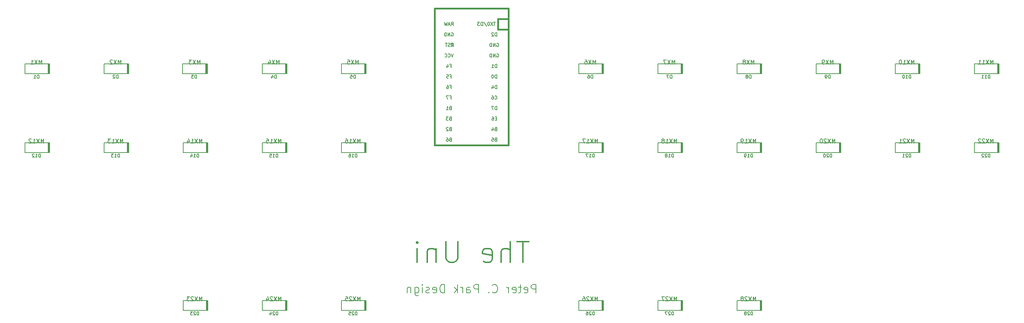
<source format=gbo>
G04 #@! TF.GenerationSoftware,KiCad,Pcbnew,(5.1.9)-1*
G04 #@! TF.CreationDate,2021-01-23T16:01:33-08:00*
G04 #@! TF.ProjectId,unisplit_orthosteno,756e6973-706c-4697-945f-6f7274686f73,rev?*
G04 #@! TF.SameCoordinates,Original*
G04 #@! TF.FileFunction,Legend,Bot*
G04 #@! TF.FilePolarity,Positive*
%FSLAX46Y46*%
G04 Gerber Fmt 4.6, Leading zero omitted, Abs format (unit mm)*
G04 Created by KiCad (PCBNEW (5.1.9)-1) date 2021-01-23 16:01:33*
%MOMM*%
%LPD*%
G01*
G04 APERTURE LIST*
%ADD10C,0.300000*%
%ADD11C,0.200000*%
%ADD12C,0.381000*%
%ADD13C,0.150000*%
%ADD14R,1.200000X1.400000*%
%ADD15C,1.200000*%
%ADD16C,1.700000*%
%ADD17C,2.000000*%
%ADD18C,1.750000*%
%ADD19C,2.250000*%
%ADD20C,3.987800*%
%ADD21C,1.752600*%
%ADD22R,1.752600X1.752600*%
G04 APERTURE END LIST*
D10*
X155890773Y-116324404D02*
X153033630Y-116324404D01*
X154462202Y-121324404D02*
X154462202Y-116324404D01*
X151366964Y-121324404D02*
X151366964Y-116324404D01*
X149224107Y-121324404D02*
X149224107Y-118705357D01*
X149462202Y-118229166D01*
X149938392Y-117991071D01*
X150652678Y-117991071D01*
X151128869Y-118229166D01*
X151366964Y-118467261D01*
X144938392Y-121086309D02*
X145414583Y-121324404D01*
X146366964Y-121324404D01*
X146843154Y-121086309D01*
X147081250Y-120610119D01*
X147081250Y-118705357D01*
X146843154Y-118229166D01*
X146366964Y-117991071D01*
X145414583Y-117991071D01*
X144938392Y-118229166D01*
X144700297Y-118705357D01*
X144700297Y-119181547D01*
X147081250Y-119657738D01*
X138747916Y-116324404D02*
X138747916Y-120372023D01*
X138509821Y-120848214D01*
X138271726Y-121086309D01*
X137795535Y-121324404D01*
X136843154Y-121324404D01*
X136366964Y-121086309D01*
X136128869Y-120848214D01*
X135890773Y-120372023D01*
X135890773Y-116324404D01*
X133509821Y-117991071D02*
X133509821Y-121324404D01*
X133509821Y-118467261D02*
X133271726Y-118229166D01*
X132795535Y-117991071D01*
X132081250Y-117991071D01*
X131605059Y-118229166D01*
X131366964Y-118705357D01*
X131366964Y-121324404D01*
X128986011Y-121324404D02*
X128986011Y-117991071D01*
X128986011Y-116324404D02*
X129224107Y-116562500D01*
X128986011Y-116800595D01*
X128747916Y-116562500D01*
X128986011Y-116324404D01*
X128986011Y-116800595D01*
D11*
X157557440Y-128698511D02*
X157557440Y-126698511D01*
X156795535Y-126698511D01*
X156605059Y-126793750D01*
X156509821Y-126888988D01*
X156414583Y-127079464D01*
X156414583Y-127365178D01*
X156509821Y-127555654D01*
X156605059Y-127650892D01*
X156795535Y-127746130D01*
X157557440Y-127746130D01*
X154795535Y-128603273D02*
X154986011Y-128698511D01*
X155366964Y-128698511D01*
X155557440Y-128603273D01*
X155652678Y-128412797D01*
X155652678Y-127650892D01*
X155557440Y-127460416D01*
X155366964Y-127365178D01*
X154986011Y-127365178D01*
X154795535Y-127460416D01*
X154700297Y-127650892D01*
X154700297Y-127841369D01*
X155652678Y-128031845D01*
X154128869Y-127365178D02*
X153366964Y-127365178D01*
X153843154Y-126698511D02*
X153843154Y-128412797D01*
X153747916Y-128603273D01*
X153557440Y-128698511D01*
X153366964Y-128698511D01*
X151938392Y-128603273D02*
X152128869Y-128698511D01*
X152509821Y-128698511D01*
X152700297Y-128603273D01*
X152795535Y-128412797D01*
X152795535Y-127650892D01*
X152700297Y-127460416D01*
X152509821Y-127365178D01*
X152128869Y-127365178D01*
X151938392Y-127460416D01*
X151843154Y-127650892D01*
X151843154Y-127841369D01*
X152795535Y-128031845D01*
X150986011Y-128698511D02*
X150986011Y-127365178D01*
X150986011Y-127746130D02*
X150890773Y-127555654D01*
X150795535Y-127460416D01*
X150605059Y-127365178D01*
X150414583Y-127365178D01*
X147081250Y-128508035D02*
X147176488Y-128603273D01*
X147462202Y-128698511D01*
X147652678Y-128698511D01*
X147938392Y-128603273D01*
X148128869Y-128412797D01*
X148224107Y-128222321D01*
X148319345Y-127841369D01*
X148319345Y-127555654D01*
X148224107Y-127174702D01*
X148128869Y-126984226D01*
X147938392Y-126793750D01*
X147652678Y-126698511D01*
X147462202Y-126698511D01*
X147176488Y-126793750D01*
X147081250Y-126888988D01*
X146224107Y-128508035D02*
X146128869Y-128603273D01*
X146224107Y-128698511D01*
X146319345Y-128603273D01*
X146224107Y-128508035D01*
X146224107Y-128698511D01*
X143747916Y-128698511D02*
X143747916Y-126698511D01*
X142986011Y-126698511D01*
X142795535Y-126793750D01*
X142700297Y-126888988D01*
X142605059Y-127079464D01*
X142605059Y-127365178D01*
X142700297Y-127555654D01*
X142795535Y-127650892D01*
X142986011Y-127746130D01*
X143747916Y-127746130D01*
X140890773Y-128698511D02*
X140890773Y-127650892D01*
X140986011Y-127460416D01*
X141176488Y-127365178D01*
X141557440Y-127365178D01*
X141747916Y-127460416D01*
X140890773Y-128603273D02*
X141081250Y-128698511D01*
X141557440Y-128698511D01*
X141747916Y-128603273D01*
X141843154Y-128412797D01*
X141843154Y-128222321D01*
X141747916Y-128031845D01*
X141557440Y-127936607D01*
X141081250Y-127936607D01*
X140890773Y-127841369D01*
X139938392Y-128698511D02*
X139938392Y-127365178D01*
X139938392Y-127746130D02*
X139843154Y-127555654D01*
X139747916Y-127460416D01*
X139557440Y-127365178D01*
X139366964Y-127365178D01*
X138700297Y-128698511D02*
X138700297Y-126698511D01*
X138509821Y-127936607D02*
X137938392Y-128698511D01*
X137938392Y-127365178D02*
X138700297Y-128127083D01*
X135557440Y-128698511D02*
X135557440Y-126698511D01*
X135081250Y-126698511D01*
X134795535Y-126793750D01*
X134605059Y-126984226D01*
X134509821Y-127174702D01*
X134414583Y-127555654D01*
X134414583Y-127841369D01*
X134509821Y-128222321D01*
X134605059Y-128412797D01*
X134795535Y-128603273D01*
X135081250Y-128698511D01*
X135557440Y-128698511D01*
X132795535Y-128603273D02*
X132986011Y-128698511D01*
X133366964Y-128698511D01*
X133557440Y-128603273D01*
X133652678Y-128412797D01*
X133652678Y-127650892D01*
X133557440Y-127460416D01*
X133366964Y-127365178D01*
X132986011Y-127365178D01*
X132795535Y-127460416D01*
X132700297Y-127650892D01*
X132700297Y-127841369D01*
X133652678Y-128031845D01*
X131938392Y-128603273D02*
X131747916Y-128698511D01*
X131366964Y-128698511D01*
X131176488Y-128603273D01*
X131081250Y-128412797D01*
X131081250Y-128317559D01*
X131176488Y-128127083D01*
X131366964Y-128031845D01*
X131652678Y-128031845D01*
X131843154Y-127936607D01*
X131938392Y-127746130D01*
X131938392Y-127650892D01*
X131843154Y-127460416D01*
X131652678Y-127365178D01*
X131366964Y-127365178D01*
X131176488Y-127460416D01*
X130224107Y-128698511D02*
X130224107Y-127365178D01*
X130224107Y-126698511D02*
X130319345Y-126793750D01*
X130224107Y-126888988D01*
X130128869Y-126793750D01*
X130224107Y-126698511D01*
X130224107Y-126888988D01*
X128414583Y-127365178D02*
X128414583Y-128984226D01*
X128509821Y-129174702D01*
X128605059Y-129269940D01*
X128795535Y-129365178D01*
X129081250Y-129365178D01*
X129271726Y-129269940D01*
X128414583Y-128603273D02*
X128605059Y-128698511D01*
X128986011Y-128698511D01*
X129176488Y-128603273D01*
X129271726Y-128508035D01*
X129366964Y-128317559D01*
X129366964Y-127746130D01*
X129271726Y-127555654D01*
X129176488Y-127460416D01*
X128986011Y-127365178D01*
X128605059Y-127365178D01*
X128414583Y-127460416D01*
X127462202Y-127365178D02*
X127462202Y-128698511D01*
X127462202Y-127555654D02*
X127366964Y-127460416D01*
X127176488Y-127365178D01*
X126890773Y-127365178D01*
X126700297Y-127460416D01*
X126605059Y-127650892D01*
X126605059Y-128698511D01*
X116706250Y-132962500D02*
X116706250Y-130562500D01*
X110706250Y-132962500D02*
X116706250Y-132962500D01*
X110706250Y-130562500D02*
X110706250Y-132962500D01*
X116706250Y-130562500D02*
X110706250Y-130562500D01*
X116431250Y-130562500D02*
X116431250Y-132962500D01*
X116306250Y-130562500D02*
X116306250Y-132962500D01*
X116581250Y-132962500D02*
X116581250Y-130562500D01*
X78481250Y-132962500D02*
X78481250Y-130562500D01*
X78206250Y-130562500D02*
X78206250Y-132962500D01*
X78331250Y-130562500D02*
X78331250Y-132962500D01*
X78606250Y-130562500D02*
X72606250Y-130562500D01*
X72606250Y-130562500D02*
X72606250Y-132962500D01*
X72606250Y-132962500D02*
X78606250Y-132962500D01*
X78606250Y-132962500D02*
X78606250Y-130562500D01*
X97531250Y-132962500D02*
X97531250Y-130562500D01*
X97256250Y-130562500D02*
X97256250Y-132962500D01*
X97381250Y-130562500D02*
X97381250Y-132962500D01*
X97656250Y-130562500D02*
X91656250Y-130562500D01*
X91656250Y-130562500D02*
X91656250Y-132962500D01*
X91656250Y-132962500D02*
X97656250Y-132962500D01*
X97656250Y-132962500D02*
X97656250Y-130562500D01*
X211956250Y-132962500D02*
X211956250Y-130562500D01*
X205956250Y-132962500D02*
X211956250Y-132962500D01*
X205956250Y-130562500D02*
X205956250Y-132962500D01*
X211956250Y-130562500D02*
X205956250Y-130562500D01*
X211681250Y-130562500D02*
X211681250Y-132962500D01*
X211556250Y-130562500D02*
X211556250Y-132962500D01*
X211831250Y-132962500D02*
X211831250Y-130562500D01*
D12*
X150971250Y-62547500D02*
X150971250Y-93027500D01*
X150971250Y-93027500D02*
X133191250Y-93027500D01*
X133191250Y-93027500D02*
X133191250Y-62547500D01*
X148431250Y-62547500D02*
X148431250Y-65087500D01*
X148431250Y-65087500D02*
X150971250Y-65087500D01*
D13*
G36*
X137149682Y-68426860D02*
G01*
X137149682Y-68726860D01*
X137249682Y-68726860D01*
X137249682Y-68426860D01*
X137149682Y-68426860D01*
G37*
X137149682Y-68426860D02*
X137149682Y-68726860D01*
X137249682Y-68726860D01*
X137249682Y-68426860D01*
X137149682Y-68426860D01*
G36*
X137349682Y-68826860D02*
G01*
X137349682Y-68926860D01*
X137449682Y-68926860D01*
X137449682Y-68826860D01*
X137349682Y-68826860D01*
G37*
X137349682Y-68826860D02*
X137349682Y-68926860D01*
X137449682Y-68926860D01*
X137449682Y-68826860D01*
X137349682Y-68826860D01*
G36*
X137149682Y-68426860D02*
G01*
X137149682Y-68526860D01*
X137649682Y-68526860D01*
X137649682Y-68426860D01*
X137149682Y-68426860D01*
G37*
X137149682Y-68426860D02*
X137149682Y-68526860D01*
X137649682Y-68526860D01*
X137649682Y-68426860D01*
X137149682Y-68426860D01*
G36*
X137549682Y-68426860D02*
G01*
X137549682Y-69226860D01*
X137649682Y-69226860D01*
X137649682Y-68426860D01*
X137549682Y-68426860D01*
G37*
X137549682Y-68426860D02*
X137549682Y-69226860D01*
X137649682Y-69226860D01*
X137649682Y-68426860D01*
X137549682Y-68426860D01*
G36*
X137149682Y-69026860D02*
G01*
X137149682Y-69226860D01*
X137249682Y-69226860D01*
X137249682Y-69026860D01*
X137149682Y-69026860D01*
G37*
X137149682Y-69026860D02*
X137149682Y-69226860D01*
X137249682Y-69226860D01*
X137249682Y-69026860D01*
X137149682Y-69026860D01*
D12*
X133191250Y-62547500D02*
X133191250Y-60007500D01*
X133191250Y-60007500D02*
X150971250Y-60007500D01*
X150971250Y-60007500D02*
X150971250Y-62547500D01*
X148431250Y-62547500D02*
X150971250Y-62547500D01*
D11*
X192781250Y-132962500D02*
X192781250Y-130562500D01*
X192506250Y-130562500D02*
X192506250Y-132962500D01*
X192631250Y-130562500D02*
X192631250Y-132962500D01*
X192906250Y-130562500D02*
X186906250Y-130562500D01*
X186906250Y-130562500D02*
X186906250Y-132962500D01*
X186906250Y-132962500D02*
X192906250Y-132962500D01*
X192906250Y-132962500D02*
X192906250Y-130562500D01*
X173731250Y-132962500D02*
X173731250Y-130562500D01*
X173456250Y-130562500D02*
X173456250Y-132962500D01*
X173581250Y-130562500D02*
X173581250Y-132962500D01*
X173856250Y-130562500D02*
X167856250Y-130562500D01*
X167856250Y-130562500D02*
X167856250Y-132962500D01*
X167856250Y-132962500D02*
X173856250Y-132962500D01*
X173856250Y-132962500D02*
X173856250Y-130562500D01*
X268981250Y-94862500D02*
X268981250Y-92462500D01*
X268706250Y-92462500D02*
X268706250Y-94862500D01*
X268831250Y-92462500D02*
X268831250Y-94862500D01*
X269106250Y-92462500D02*
X263106250Y-92462500D01*
X263106250Y-92462500D02*
X263106250Y-94862500D01*
X263106250Y-94862500D02*
X269106250Y-94862500D01*
X269106250Y-94862500D02*
X269106250Y-92462500D01*
X249931250Y-94862500D02*
X249931250Y-92462500D01*
X249656250Y-92462500D02*
X249656250Y-94862500D01*
X249781250Y-92462500D02*
X249781250Y-94862500D01*
X250056250Y-92462500D02*
X244056250Y-92462500D01*
X244056250Y-92462500D02*
X244056250Y-94862500D01*
X244056250Y-94862500D02*
X250056250Y-94862500D01*
X250056250Y-94862500D02*
X250056250Y-92462500D01*
X230881250Y-94862500D02*
X230881250Y-92462500D01*
X230606250Y-92462500D02*
X230606250Y-94862500D01*
X230731250Y-92462500D02*
X230731250Y-94862500D01*
X231006250Y-92462500D02*
X225006250Y-92462500D01*
X225006250Y-92462500D02*
X225006250Y-94862500D01*
X225006250Y-94862500D02*
X231006250Y-94862500D01*
X231006250Y-94862500D02*
X231006250Y-92462500D01*
X211831250Y-94862500D02*
X211831250Y-92462500D01*
X211556250Y-92462500D02*
X211556250Y-94862500D01*
X211681250Y-92462500D02*
X211681250Y-94862500D01*
X211956250Y-92462500D02*
X205956250Y-92462500D01*
X205956250Y-92462500D02*
X205956250Y-94862500D01*
X205956250Y-94862500D02*
X211956250Y-94862500D01*
X211956250Y-94862500D02*
X211956250Y-92462500D01*
X192781250Y-94862500D02*
X192781250Y-92462500D01*
X192506250Y-92462500D02*
X192506250Y-94862500D01*
X192631250Y-92462500D02*
X192631250Y-94862500D01*
X192906250Y-92462500D02*
X186906250Y-92462500D01*
X186906250Y-92462500D02*
X186906250Y-94862500D01*
X186906250Y-94862500D02*
X192906250Y-94862500D01*
X192906250Y-94862500D02*
X192906250Y-92462500D01*
X173731250Y-94862500D02*
X173731250Y-92462500D01*
X173456250Y-92462500D02*
X173456250Y-94862500D01*
X173581250Y-92462500D02*
X173581250Y-94862500D01*
X173856250Y-92462500D02*
X167856250Y-92462500D01*
X167856250Y-92462500D02*
X167856250Y-94862500D01*
X167856250Y-94862500D02*
X173856250Y-94862500D01*
X173856250Y-94862500D02*
X173856250Y-92462500D01*
X116581250Y-94862500D02*
X116581250Y-92462500D01*
X116306250Y-92462500D02*
X116306250Y-94862500D01*
X116431250Y-92462500D02*
X116431250Y-94862500D01*
X116706250Y-92462500D02*
X110706250Y-92462500D01*
X110706250Y-92462500D02*
X110706250Y-94862500D01*
X110706250Y-94862500D02*
X116706250Y-94862500D01*
X116706250Y-94862500D02*
X116706250Y-92462500D01*
X97531250Y-94862500D02*
X97531250Y-92462500D01*
X97256250Y-92462500D02*
X97256250Y-94862500D01*
X97381250Y-92462500D02*
X97381250Y-94862500D01*
X97656250Y-92462500D02*
X91656250Y-92462500D01*
X91656250Y-92462500D02*
X91656250Y-94862500D01*
X91656250Y-94862500D02*
X97656250Y-94862500D01*
X97656250Y-94862500D02*
X97656250Y-92462500D01*
X78481250Y-94862500D02*
X78481250Y-92462500D01*
X78206250Y-92462500D02*
X78206250Y-94862500D01*
X78331250Y-92462500D02*
X78331250Y-94862500D01*
X78606250Y-92462500D02*
X72606250Y-92462500D01*
X72606250Y-92462500D02*
X72606250Y-94862500D01*
X72606250Y-94862500D02*
X78606250Y-94862500D01*
X78606250Y-94862500D02*
X78606250Y-92462500D01*
X59431250Y-94862500D02*
X59431250Y-92462500D01*
X59156250Y-92462500D02*
X59156250Y-94862500D01*
X59281250Y-92462500D02*
X59281250Y-94862500D01*
X59556250Y-92462500D02*
X53556250Y-92462500D01*
X53556250Y-92462500D02*
X53556250Y-94862500D01*
X53556250Y-94862500D02*
X59556250Y-94862500D01*
X59556250Y-94862500D02*
X59556250Y-92462500D01*
X40381250Y-94862500D02*
X40381250Y-92462500D01*
X40106250Y-92462500D02*
X40106250Y-94862500D01*
X40231250Y-92462500D02*
X40231250Y-94862500D01*
X40506250Y-92462500D02*
X34506250Y-92462500D01*
X34506250Y-92462500D02*
X34506250Y-94862500D01*
X34506250Y-94862500D02*
X40506250Y-94862500D01*
X40506250Y-94862500D02*
X40506250Y-92462500D01*
X268981250Y-75812500D02*
X268981250Y-73412500D01*
X268706250Y-73412500D02*
X268706250Y-75812500D01*
X268831250Y-73412500D02*
X268831250Y-75812500D01*
X269106250Y-73412500D02*
X263106250Y-73412500D01*
X263106250Y-73412500D02*
X263106250Y-75812500D01*
X263106250Y-75812500D02*
X269106250Y-75812500D01*
X269106250Y-75812500D02*
X269106250Y-73412500D01*
X249931250Y-75812500D02*
X249931250Y-73412500D01*
X249656250Y-73412500D02*
X249656250Y-75812500D01*
X249781250Y-73412500D02*
X249781250Y-75812500D01*
X250056250Y-73412500D02*
X244056250Y-73412500D01*
X244056250Y-73412500D02*
X244056250Y-75812500D01*
X244056250Y-75812500D02*
X250056250Y-75812500D01*
X250056250Y-75812500D02*
X250056250Y-73412500D01*
X230881250Y-75812500D02*
X230881250Y-73412500D01*
X230606250Y-73412500D02*
X230606250Y-75812500D01*
X230731250Y-73412500D02*
X230731250Y-75812500D01*
X231006250Y-73412500D02*
X225006250Y-73412500D01*
X225006250Y-73412500D02*
X225006250Y-75812500D01*
X225006250Y-75812500D02*
X231006250Y-75812500D01*
X231006250Y-75812500D02*
X231006250Y-73412500D01*
X211831250Y-75812500D02*
X211831250Y-73412500D01*
X211556250Y-73412500D02*
X211556250Y-75812500D01*
X211681250Y-73412500D02*
X211681250Y-75812500D01*
X211956250Y-73412500D02*
X205956250Y-73412500D01*
X205956250Y-73412500D02*
X205956250Y-75812500D01*
X205956250Y-75812500D02*
X211956250Y-75812500D01*
X211956250Y-75812500D02*
X211956250Y-73412500D01*
X192781250Y-75812500D02*
X192781250Y-73412500D01*
X192506250Y-73412500D02*
X192506250Y-75812500D01*
X192631250Y-73412500D02*
X192631250Y-75812500D01*
X192906250Y-73412500D02*
X186906250Y-73412500D01*
X186906250Y-73412500D02*
X186906250Y-75812500D01*
X186906250Y-75812500D02*
X192906250Y-75812500D01*
X192906250Y-75812500D02*
X192906250Y-73412500D01*
X173731250Y-75812500D02*
X173731250Y-73412500D01*
X173456250Y-73412500D02*
X173456250Y-75812500D01*
X173581250Y-73412500D02*
X173581250Y-75812500D01*
X173856250Y-73412500D02*
X167856250Y-73412500D01*
X167856250Y-73412500D02*
X167856250Y-75812500D01*
X167856250Y-75812500D02*
X173856250Y-75812500D01*
X173856250Y-75812500D02*
X173856250Y-73412500D01*
X116581250Y-75812500D02*
X116581250Y-73412500D01*
X116306250Y-73412500D02*
X116306250Y-75812500D01*
X116431250Y-73412500D02*
X116431250Y-75812500D01*
X116706250Y-73412500D02*
X110706250Y-73412500D01*
X110706250Y-73412500D02*
X110706250Y-75812500D01*
X110706250Y-75812500D02*
X116706250Y-75812500D01*
X116706250Y-75812500D02*
X116706250Y-73412500D01*
X97531250Y-75812500D02*
X97531250Y-73412500D01*
X97256250Y-73412500D02*
X97256250Y-75812500D01*
X97381250Y-73412500D02*
X97381250Y-75812500D01*
X97656250Y-73412500D02*
X91656250Y-73412500D01*
X91656250Y-73412500D02*
X91656250Y-75812500D01*
X91656250Y-75812500D02*
X97656250Y-75812500D01*
X97656250Y-75812500D02*
X97656250Y-73412500D01*
X78368750Y-75812500D02*
X78368750Y-73412500D01*
X78093750Y-73412500D02*
X78093750Y-75812500D01*
X78218750Y-73412500D02*
X78218750Y-75812500D01*
X78493750Y-73412500D02*
X72493750Y-73412500D01*
X72493750Y-73412500D02*
X72493750Y-75812500D01*
X72493750Y-75812500D02*
X78493750Y-75812500D01*
X78493750Y-75812500D02*
X78493750Y-73412500D01*
X59431250Y-75812500D02*
X59431250Y-73412500D01*
X59156250Y-73412500D02*
X59156250Y-75812500D01*
X59281250Y-73412500D02*
X59281250Y-75812500D01*
X59556250Y-73412500D02*
X53556250Y-73412500D01*
X53556250Y-73412500D02*
X53556250Y-75812500D01*
X53556250Y-75812500D02*
X59556250Y-75812500D01*
X59556250Y-75812500D02*
X59556250Y-73412500D01*
X40381250Y-75812500D02*
X40381250Y-73412500D01*
X40106250Y-73412500D02*
X40106250Y-75812500D01*
X40231250Y-73412500D02*
X40231250Y-75812500D01*
X40506250Y-73412500D02*
X34506250Y-73412500D01*
X34506250Y-73412500D02*
X34506250Y-75812500D01*
X34506250Y-75812500D02*
X40506250Y-75812500D01*
X40506250Y-75812500D02*
X40506250Y-73412500D01*
D13*
X114477678Y-134049404D02*
X114477678Y-133249404D01*
X114287202Y-133249404D01*
X114172916Y-133287500D01*
X114096726Y-133363690D01*
X114058630Y-133439880D01*
X114020535Y-133592261D01*
X114020535Y-133706547D01*
X114058630Y-133858928D01*
X114096726Y-133935119D01*
X114172916Y-134011309D01*
X114287202Y-134049404D01*
X114477678Y-134049404D01*
X113715773Y-133325595D02*
X113677678Y-133287500D01*
X113601488Y-133249404D01*
X113411011Y-133249404D01*
X113334821Y-133287500D01*
X113296726Y-133325595D01*
X113258630Y-133401785D01*
X113258630Y-133477976D01*
X113296726Y-133592261D01*
X113753869Y-134049404D01*
X113258630Y-134049404D01*
X112534821Y-133249404D02*
X112915773Y-133249404D01*
X112953869Y-133630357D01*
X112915773Y-133592261D01*
X112839583Y-133554166D01*
X112649107Y-133554166D01*
X112572916Y-133592261D01*
X112534821Y-133630357D01*
X112496726Y-133706547D01*
X112496726Y-133897023D01*
X112534821Y-133973214D01*
X112572916Y-134011309D01*
X112649107Y-134049404D01*
X112839583Y-134049404D01*
X112915773Y-134011309D01*
X112953869Y-133973214D01*
X115268154Y-130627380D02*
X115268154Y-129627380D01*
X114934821Y-130341666D01*
X114601488Y-129627380D01*
X114601488Y-130627380D01*
X114220535Y-129627380D02*
X113553869Y-130627380D01*
X113553869Y-129627380D02*
X114220535Y-130627380D01*
X113220535Y-129722619D02*
X113172916Y-129675000D01*
X113077678Y-129627380D01*
X112839583Y-129627380D01*
X112744345Y-129675000D01*
X112696726Y-129722619D01*
X112649107Y-129817857D01*
X112649107Y-129913095D01*
X112696726Y-130055952D01*
X113268154Y-130627380D01*
X112649107Y-130627380D01*
X111744345Y-129627380D02*
X112220535Y-129627380D01*
X112268154Y-130103571D01*
X112220535Y-130055952D01*
X112125297Y-130008333D01*
X111887202Y-130008333D01*
X111791964Y-130055952D01*
X111744345Y-130103571D01*
X111696726Y-130198809D01*
X111696726Y-130436904D01*
X111744345Y-130532142D01*
X111791964Y-130579761D01*
X111887202Y-130627380D01*
X112125297Y-130627380D01*
X112220535Y-130579761D01*
X112268154Y-130532142D01*
X96218154Y-130627380D02*
X96218154Y-129627380D01*
X95884821Y-130341666D01*
X95551488Y-129627380D01*
X95551488Y-130627380D01*
X95170535Y-129627380D02*
X94503869Y-130627380D01*
X94503869Y-129627380D02*
X95170535Y-130627380D01*
X94170535Y-129722619D02*
X94122916Y-129675000D01*
X94027678Y-129627380D01*
X93789583Y-129627380D01*
X93694345Y-129675000D01*
X93646726Y-129722619D01*
X93599107Y-129817857D01*
X93599107Y-129913095D01*
X93646726Y-130055952D01*
X94218154Y-130627380D01*
X93599107Y-130627380D01*
X92741964Y-129960714D02*
X92741964Y-130627380D01*
X92980059Y-129579761D02*
X93218154Y-130294047D01*
X92599107Y-130294047D01*
X77168154Y-130627380D02*
X77168154Y-129627380D01*
X76834821Y-130341666D01*
X76501488Y-129627380D01*
X76501488Y-130627380D01*
X76120535Y-129627380D02*
X75453869Y-130627380D01*
X75453869Y-129627380D02*
X76120535Y-130627380D01*
X75120535Y-129722619D02*
X75072916Y-129675000D01*
X74977678Y-129627380D01*
X74739583Y-129627380D01*
X74644345Y-129675000D01*
X74596726Y-129722619D01*
X74549107Y-129817857D01*
X74549107Y-129913095D01*
X74596726Y-130055952D01*
X75168154Y-130627380D01*
X74549107Y-130627380D01*
X74215773Y-129627380D02*
X73596726Y-129627380D01*
X73930059Y-130008333D01*
X73787202Y-130008333D01*
X73691964Y-130055952D01*
X73644345Y-130103571D01*
X73596726Y-130198809D01*
X73596726Y-130436904D01*
X73644345Y-130532142D01*
X73691964Y-130579761D01*
X73787202Y-130627380D01*
X74072916Y-130627380D01*
X74168154Y-130579761D01*
X74215773Y-130532142D01*
X76377678Y-134049404D02*
X76377678Y-133249404D01*
X76187202Y-133249404D01*
X76072916Y-133287500D01*
X75996726Y-133363690D01*
X75958630Y-133439880D01*
X75920535Y-133592261D01*
X75920535Y-133706547D01*
X75958630Y-133858928D01*
X75996726Y-133935119D01*
X76072916Y-134011309D01*
X76187202Y-134049404D01*
X76377678Y-134049404D01*
X75615773Y-133325595D02*
X75577678Y-133287500D01*
X75501488Y-133249404D01*
X75311011Y-133249404D01*
X75234821Y-133287500D01*
X75196726Y-133325595D01*
X75158630Y-133401785D01*
X75158630Y-133477976D01*
X75196726Y-133592261D01*
X75653869Y-134049404D01*
X75158630Y-134049404D01*
X74891964Y-133249404D02*
X74396726Y-133249404D01*
X74663392Y-133554166D01*
X74549107Y-133554166D01*
X74472916Y-133592261D01*
X74434821Y-133630357D01*
X74396726Y-133706547D01*
X74396726Y-133897023D01*
X74434821Y-133973214D01*
X74472916Y-134011309D01*
X74549107Y-134049404D01*
X74777678Y-134049404D01*
X74853869Y-134011309D01*
X74891964Y-133973214D01*
X95427678Y-134049404D02*
X95427678Y-133249404D01*
X95237202Y-133249404D01*
X95122916Y-133287500D01*
X95046726Y-133363690D01*
X95008630Y-133439880D01*
X94970535Y-133592261D01*
X94970535Y-133706547D01*
X95008630Y-133858928D01*
X95046726Y-133935119D01*
X95122916Y-134011309D01*
X95237202Y-134049404D01*
X95427678Y-134049404D01*
X94665773Y-133325595D02*
X94627678Y-133287500D01*
X94551488Y-133249404D01*
X94361011Y-133249404D01*
X94284821Y-133287500D01*
X94246726Y-133325595D01*
X94208630Y-133401785D01*
X94208630Y-133477976D01*
X94246726Y-133592261D01*
X94703869Y-134049404D01*
X94208630Y-134049404D01*
X93522916Y-133516071D02*
X93522916Y-134049404D01*
X93713392Y-133211309D02*
X93903869Y-133782738D01*
X93408630Y-133782738D01*
X210518154Y-130627380D02*
X210518154Y-129627380D01*
X210184821Y-130341666D01*
X209851488Y-129627380D01*
X209851488Y-130627380D01*
X209470535Y-129627380D02*
X208803869Y-130627380D01*
X208803869Y-129627380D02*
X209470535Y-130627380D01*
X208470535Y-129722619D02*
X208422916Y-129675000D01*
X208327678Y-129627380D01*
X208089583Y-129627380D01*
X207994345Y-129675000D01*
X207946726Y-129722619D01*
X207899107Y-129817857D01*
X207899107Y-129913095D01*
X207946726Y-130055952D01*
X208518154Y-130627380D01*
X207899107Y-130627380D01*
X207327678Y-130055952D02*
X207422916Y-130008333D01*
X207470535Y-129960714D01*
X207518154Y-129865476D01*
X207518154Y-129817857D01*
X207470535Y-129722619D01*
X207422916Y-129675000D01*
X207327678Y-129627380D01*
X207137202Y-129627380D01*
X207041964Y-129675000D01*
X206994345Y-129722619D01*
X206946726Y-129817857D01*
X206946726Y-129865476D01*
X206994345Y-129960714D01*
X207041964Y-130008333D01*
X207137202Y-130055952D01*
X207327678Y-130055952D01*
X207422916Y-130103571D01*
X207470535Y-130151190D01*
X207518154Y-130246428D01*
X207518154Y-130436904D01*
X207470535Y-130532142D01*
X207422916Y-130579761D01*
X207327678Y-130627380D01*
X207137202Y-130627380D01*
X207041964Y-130579761D01*
X206994345Y-130532142D01*
X206946726Y-130436904D01*
X206946726Y-130246428D01*
X206994345Y-130151190D01*
X207041964Y-130103571D01*
X207137202Y-130055952D01*
X209727678Y-134049404D02*
X209727678Y-133249404D01*
X209537202Y-133249404D01*
X209422916Y-133287500D01*
X209346726Y-133363690D01*
X209308630Y-133439880D01*
X209270535Y-133592261D01*
X209270535Y-133706547D01*
X209308630Y-133858928D01*
X209346726Y-133935119D01*
X209422916Y-134011309D01*
X209537202Y-134049404D01*
X209727678Y-134049404D01*
X208965773Y-133325595D02*
X208927678Y-133287500D01*
X208851488Y-133249404D01*
X208661011Y-133249404D01*
X208584821Y-133287500D01*
X208546726Y-133325595D01*
X208508630Y-133401785D01*
X208508630Y-133477976D01*
X208546726Y-133592261D01*
X209003869Y-134049404D01*
X208508630Y-134049404D01*
X208051488Y-133592261D02*
X208127678Y-133554166D01*
X208165773Y-133516071D01*
X208203869Y-133439880D01*
X208203869Y-133401785D01*
X208165773Y-133325595D01*
X208127678Y-133287500D01*
X208051488Y-133249404D01*
X207899107Y-133249404D01*
X207822916Y-133287500D01*
X207784821Y-133325595D01*
X207746726Y-133401785D01*
X207746726Y-133439880D01*
X207784821Y-133516071D01*
X207822916Y-133554166D01*
X207899107Y-133592261D01*
X208051488Y-133592261D01*
X208127678Y-133630357D01*
X208165773Y-133668452D01*
X208203869Y-133744642D01*
X208203869Y-133897023D01*
X208165773Y-133973214D01*
X208127678Y-134011309D01*
X208051488Y-134049404D01*
X207899107Y-134049404D01*
X207822916Y-134011309D01*
X207784821Y-133973214D01*
X207746726Y-133897023D01*
X207746726Y-133744642D01*
X207784821Y-133668452D01*
X207822916Y-133630357D01*
X207899107Y-133592261D01*
X96218154Y-92527380D02*
X96218154Y-91527380D01*
X95884821Y-92241666D01*
X95551488Y-91527380D01*
X95551488Y-92527380D01*
X95170535Y-91527380D02*
X94503869Y-92527380D01*
X94503869Y-91527380D02*
X95170535Y-92527380D01*
X93599107Y-92527380D02*
X94170535Y-92527380D01*
X93884821Y-92527380D02*
X93884821Y-91527380D01*
X93980059Y-91670238D01*
X94075297Y-91765476D01*
X94170535Y-91813095D01*
X92694345Y-91527380D02*
X93170535Y-91527380D01*
X93218154Y-92003571D01*
X93170535Y-91955952D01*
X93075297Y-91908333D01*
X92837202Y-91908333D01*
X92741964Y-91955952D01*
X92694345Y-92003571D01*
X92646726Y-92098809D01*
X92646726Y-92336904D01*
X92694345Y-92432142D01*
X92741964Y-92479761D01*
X92837202Y-92527380D01*
X93075297Y-92527380D01*
X93170535Y-92479761D01*
X93218154Y-92432142D01*
X76691964Y-73477380D02*
X76691964Y-72477380D01*
X76358630Y-73191666D01*
X76025297Y-72477380D01*
X76025297Y-73477380D01*
X75644345Y-72477380D02*
X74977678Y-73477380D01*
X74977678Y-72477380D02*
X75644345Y-73477380D01*
X74691964Y-72477380D02*
X74072916Y-72477380D01*
X74406250Y-72858333D01*
X74263392Y-72858333D01*
X74168154Y-72905952D01*
X74120535Y-72953571D01*
X74072916Y-73048809D01*
X74072916Y-73286904D01*
X74120535Y-73382142D01*
X74168154Y-73429761D01*
X74263392Y-73477380D01*
X74549107Y-73477380D01*
X74644345Y-73429761D01*
X74691964Y-73382142D01*
X58118154Y-92527380D02*
X58118154Y-91527380D01*
X57784821Y-92241666D01*
X57451488Y-91527380D01*
X57451488Y-92527380D01*
X57070535Y-91527380D02*
X56403869Y-92527380D01*
X56403869Y-91527380D02*
X57070535Y-92527380D01*
X55499107Y-92527380D02*
X56070535Y-92527380D01*
X55784821Y-92527380D02*
X55784821Y-91527380D01*
X55880059Y-91670238D01*
X55975297Y-91765476D01*
X56070535Y-91813095D01*
X55165773Y-91527380D02*
X54546726Y-91527380D01*
X54880059Y-91908333D01*
X54737202Y-91908333D01*
X54641964Y-91955952D01*
X54594345Y-92003571D01*
X54546726Y-92098809D01*
X54546726Y-92336904D01*
X54594345Y-92432142D01*
X54641964Y-92479761D01*
X54737202Y-92527380D01*
X55022916Y-92527380D01*
X55118154Y-92479761D01*
X55165773Y-92432142D01*
X39068154Y-92527380D02*
X39068154Y-91527380D01*
X38734821Y-92241666D01*
X38401488Y-91527380D01*
X38401488Y-92527380D01*
X38020535Y-91527380D02*
X37353869Y-92527380D01*
X37353869Y-91527380D02*
X38020535Y-92527380D01*
X36449107Y-92527380D02*
X37020535Y-92527380D01*
X36734821Y-92527380D02*
X36734821Y-91527380D01*
X36830059Y-91670238D01*
X36925297Y-91765476D01*
X37020535Y-91813095D01*
X36068154Y-91622619D02*
X36020535Y-91575000D01*
X35925297Y-91527380D01*
X35687202Y-91527380D01*
X35591964Y-91575000D01*
X35544345Y-91622619D01*
X35496726Y-91717857D01*
X35496726Y-91813095D01*
X35544345Y-91955952D01*
X36115773Y-92527380D01*
X35496726Y-92527380D01*
X38591964Y-73477380D02*
X38591964Y-72477380D01*
X38258630Y-73191666D01*
X37925297Y-72477380D01*
X37925297Y-73477380D01*
X37544345Y-72477380D02*
X36877678Y-73477380D01*
X36877678Y-72477380D02*
X37544345Y-73477380D01*
X35972916Y-73477380D02*
X36544345Y-73477380D01*
X36258630Y-73477380D02*
X36258630Y-72477380D01*
X36353869Y-72620238D01*
X36449107Y-72715476D01*
X36544345Y-72763095D01*
X115268154Y-92527380D02*
X115268154Y-91527380D01*
X114934821Y-92241666D01*
X114601488Y-91527380D01*
X114601488Y-92527380D01*
X114220535Y-91527380D02*
X113553869Y-92527380D01*
X113553869Y-91527380D02*
X114220535Y-92527380D01*
X112649107Y-92527380D02*
X113220535Y-92527380D01*
X112934821Y-92527380D02*
X112934821Y-91527380D01*
X113030059Y-91670238D01*
X113125297Y-91765476D01*
X113220535Y-91813095D01*
X111791964Y-91527380D02*
X111982440Y-91527380D01*
X112077678Y-91575000D01*
X112125297Y-91622619D01*
X112220535Y-91765476D01*
X112268154Y-91955952D01*
X112268154Y-92336904D01*
X112220535Y-92432142D01*
X112172916Y-92479761D01*
X112077678Y-92527380D01*
X111887202Y-92527380D01*
X111791964Y-92479761D01*
X111744345Y-92432142D01*
X111696726Y-92336904D01*
X111696726Y-92098809D01*
X111744345Y-92003571D01*
X111791964Y-91955952D01*
X111887202Y-91908333D01*
X112077678Y-91908333D01*
X112172916Y-91955952D01*
X112220535Y-92003571D01*
X112268154Y-92098809D01*
X114791964Y-73477380D02*
X114791964Y-72477380D01*
X114458630Y-73191666D01*
X114125297Y-72477380D01*
X114125297Y-73477380D01*
X113744345Y-72477380D02*
X113077678Y-73477380D01*
X113077678Y-72477380D02*
X113744345Y-73477380D01*
X112220535Y-72477380D02*
X112696726Y-72477380D01*
X112744345Y-72953571D01*
X112696726Y-72905952D01*
X112601488Y-72858333D01*
X112363392Y-72858333D01*
X112268154Y-72905952D01*
X112220535Y-72953571D01*
X112172916Y-73048809D01*
X112172916Y-73286904D01*
X112220535Y-73382142D01*
X112268154Y-73429761D01*
X112363392Y-73477380D01*
X112601488Y-73477380D01*
X112696726Y-73429761D01*
X112744345Y-73382142D01*
X147843598Y-63379404D02*
X147386455Y-63379404D01*
X147615026Y-64179404D02*
X147615026Y-63379404D01*
X147195979Y-63379404D02*
X146662645Y-64179404D01*
X146662645Y-63379404D02*
X147195979Y-64179404D01*
X146205502Y-63379404D02*
X146129312Y-63379404D01*
X146053122Y-63417500D01*
X146015026Y-63455595D01*
X145976931Y-63531785D01*
X145938836Y-63684166D01*
X145938836Y-63874642D01*
X145976931Y-64027023D01*
X146015026Y-64103214D01*
X146053122Y-64141309D01*
X146129312Y-64179404D01*
X146205502Y-64179404D01*
X146281693Y-64141309D01*
X146319788Y-64103214D01*
X146357883Y-64027023D01*
X146395979Y-63874642D01*
X146395979Y-63684166D01*
X146357883Y-63531785D01*
X146319788Y-63455595D01*
X146281693Y-63417500D01*
X146205502Y-63379404D01*
X145024550Y-63341309D02*
X145710264Y-64369880D01*
X144757883Y-64179404D02*
X144757883Y-63379404D01*
X144567407Y-63379404D01*
X144453122Y-63417500D01*
X144376931Y-63493690D01*
X144338836Y-63569880D01*
X144300741Y-63722261D01*
X144300741Y-63836547D01*
X144338836Y-63988928D01*
X144376931Y-64065119D01*
X144453122Y-64141309D01*
X144567407Y-64179404D01*
X144757883Y-64179404D01*
X144034074Y-63379404D02*
X143538836Y-63379404D01*
X143805502Y-63684166D01*
X143691217Y-63684166D01*
X143615026Y-63722261D01*
X143576931Y-63760357D01*
X143538836Y-63836547D01*
X143538836Y-64027023D01*
X143576931Y-64103214D01*
X143615026Y-64141309D01*
X143691217Y-64179404D01*
X143919788Y-64179404D01*
X143995979Y-64141309D01*
X144034074Y-64103214D01*
X148132726Y-66719404D02*
X148132726Y-65919404D01*
X147942250Y-65919404D01*
X147827964Y-65957500D01*
X147751773Y-66033690D01*
X147713678Y-66109880D01*
X147675583Y-66262261D01*
X147675583Y-66376547D01*
X147713678Y-66528928D01*
X147751773Y-66605119D01*
X147827964Y-66681309D01*
X147942250Y-66719404D01*
X148132726Y-66719404D01*
X147370821Y-65995595D02*
X147332726Y-65957500D01*
X147256535Y-65919404D01*
X147066059Y-65919404D01*
X146989869Y-65957500D01*
X146951773Y-65995595D01*
X146913678Y-66071785D01*
X146913678Y-66147976D01*
X146951773Y-66262261D01*
X147408916Y-66719404D01*
X146913678Y-66719404D01*
X148132726Y-76879404D02*
X148132726Y-76079404D01*
X147942250Y-76079404D01*
X147827964Y-76117500D01*
X147751773Y-76193690D01*
X147713678Y-76269880D01*
X147675583Y-76422261D01*
X147675583Y-76536547D01*
X147713678Y-76688928D01*
X147751773Y-76765119D01*
X147827964Y-76841309D01*
X147942250Y-76879404D01*
X148132726Y-76879404D01*
X147180345Y-76079404D02*
X147104154Y-76079404D01*
X147027964Y-76117500D01*
X146989869Y-76155595D01*
X146951773Y-76231785D01*
X146913678Y-76384166D01*
X146913678Y-76574642D01*
X146951773Y-76727023D01*
X146989869Y-76803214D01*
X147027964Y-76841309D01*
X147104154Y-76879404D01*
X147180345Y-76879404D01*
X147256535Y-76841309D01*
X147294630Y-76803214D01*
X147332726Y-76727023D01*
X147370821Y-76574642D01*
X147370821Y-76384166D01*
X147332726Y-76231785D01*
X147294630Y-76155595D01*
X147256535Y-76117500D01*
X147180345Y-76079404D01*
X148132726Y-74339404D02*
X148132726Y-73539404D01*
X147942250Y-73539404D01*
X147827964Y-73577500D01*
X147751773Y-73653690D01*
X147713678Y-73729880D01*
X147675583Y-73882261D01*
X147675583Y-73996547D01*
X147713678Y-74148928D01*
X147751773Y-74225119D01*
X147827964Y-74301309D01*
X147942250Y-74339404D01*
X148132726Y-74339404D01*
X146913678Y-74339404D02*
X147370821Y-74339404D01*
X147142250Y-74339404D02*
X147142250Y-73539404D01*
X147218440Y-73653690D01*
X147294630Y-73729880D01*
X147370821Y-73767976D01*
X148151773Y-71037500D02*
X148227964Y-70999404D01*
X148342250Y-70999404D01*
X148456535Y-71037500D01*
X148532726Y-71113690D01*
X148570821Y-71189880D01*
X148608916Y-71342261D01*
X148608916Y-71456547D01*
X148570821Y-71608928D01*
X148532726Y-71685119D01*
X148456535Y-71761309D01*
X148342250Y-71799404D01*
X148266059Y-71799404D01*
X148151773Y-71761309D01*
X148113678Y-71723214D01*
X148113678Y-71456547D01*
X148266059Y-71456547D01*
X147770821Y-71799404D02*
X147770821Y-70999404D01*
X147313678Y-71799404D01*
X147313678Y-70999404D01*
X146932726Y-71799404D02*
X146932726Y-70999404D01*
X146742250Y-70999404D01*
X146627964Y-71037500D01*
X146551773Y-71113690D01*
X146513678Y-71189880D01*
X146475583Y-71342261D01*
X146475583Y-71456547D01*
X146513678Y-71608928D01*
X146551773Y-71685119D01*
X146627964Y-71761309D01*
X146742250Y-71799404D01*
X146932726Y-71799404D01*
X148151773Y-68497500D02*
X148227964Y-68459404D01*
X148342250Y-68459404D01*
X148456535Y-68497500D01*
X148532726Y-68573690D01*
X148570821Y-68649880D01*
X148608916Y-68802261D01*
X148608916Y-68916547D01*
X148570821Y-69068928D01*
X148532726Y-69145119D01*
X148456535Y-69221309D01*
X148342250Y-69259404D01*
X148266059Y-69259404D01*
X148151773Y-69221309D01*
X148113678Y-69183214D01*
X148113678Y-68916547D01*
X148266059Y-68916547D01*
X147770821Y-69259404D02*
X147770821Y-68459404D01*
X147313678Y-69259404D01*
X147313678Y-68459404D01*
X146932726Y-69259404D02*
X146932726Y-68459404D01*
X146742250Y-68459404D01*
X146627964Y-68497500D01*
X146551773Y-68573690D01*
X146513678Y-68649880D01*
X146475583Y-68802261D01*
X146475583Y-68916547D01*
X146513678Y-69068928D01*
X146551773Y-69145119D01*
X146627964Y-69221309D01*
X146742250Y-69259404D01*
X146932726Y-69259404D01*
X148132726Y-79419404D02*
X148132726Y-78619404D01*
X147942250Y-78619404D01*
X147827964Y-78657500D01*
X147751773Y-78733690D01*
X147713678Y-78809880D01*
X147675583Y-78962261D01*
X147675583Y-79076547D01*
X147713678Y-79228928D01*
X147751773Y-79305119D01*
X147827964Y-79381309D01*
X147942250Y-79419404D01*
X148132726Y-79419404D01*
X146989869Y-78886071D02*
X146989869Y-79419404D01*
X147180345Y-78581309D02*
X147370821Y-79152738D01*
X146875583Y-79152738D01*
X147675583Y-81883214D02*
X147713678Y-81921309D01*
X147827964Y-81959404D01*
X147904154Y-81959404D01*
X148018440Y-81921309D01*
X148094630Y-81845119D01*
X148132726Y-81768928D01*
X148170821Y-81616547D01*
X148170821Y-81502261D01*
X148132726Y-81349880D01*
X148094630Y-81273690D01*
X148018440Y-81197500D01*
X147904154Y-81159404D01*
X147827964Y-81159404D01*
X147713678Y-81197500D01*
X147675583Y-81235595D01*
X146989869Y-81159404D02*
X147142250Y-81159404D01*
X147218440Y-81197500D01*
X147256535Y-81235595D01*
X147332726Y-81349880D01*
X147370821Y-81502261D01*
X147370821Y-81807023D01*
X147332726Y-81883214D01*
X147294630Y-81921309D01*
X147218440Y-81959404D01*
X147066059Y-81959404D01*
X146989869Y-81921309D01*
X146951773Y-81883214D01*
X146913678Y-81807023D01*
X146913678Y-81616547D01*
X146951773Y-81540357D01*
X146989869Y-81502261D01*
X147066059Y-81464166D01*
X147218440Y-81464166D01*
X147294630Y-81502261D01*
X147332726Y-81540357D01*
X147370821Y-81616547D01*
X148132726Y-84499404D02*
X148132726Y-83699404D01*
X147942250Y-83699404D01*
X147827964Y-83737500D01*
X147751773Y-83813690D01*
X147713678Y-83889880D01*
X147675583Y-84042261D01*
X147675583Y-84156547D01*
X147713678Y-84308928D01*
X147751773Y-84385119D01*
X147827964Y-84461309D01*
X147942250Y-84499404D01*
X148132726Y-84499404D01*
X147408916Y-83699404D02*
X146875583Y-83699404D01*
X147218440Y-84499404D01*
X148094630Y-86620357D02*
X147827964Y-86620357D01*
X147713678Y-87039404D02*
X148094630Y-87039404D01*
X148094630Y-86239404D01*
X147713678Y-86239404D01*
X147027964Y-86239404D02*
X147180345Y-86239404D01*
X147256535Y-86277500D01*
X147294630Y-86315595D01*
X147370821Y-86429880D01*
X147408916Y-86582261D01*
X147408916Y-86887023D01*
X147370821Y-86963214D01*
X147332726Y-87001309D01*
X147256535Y-87039404D01*
X147104154Y-87039404D01*
X147027964Y-87001309D01*
X146989869Y-86963214D01*
X146951773Y-86887023D01*
X146951773Y-86696547D01*
X146989869Y-86620357D01*
X147027964Y-86582261D01*
X147104154Y-86544166D01*
X147256535Y-86544166D01*
X147332726Y-86582261D01*
X147370821Y-86620357D01*
X147408916Y-86696547D01*
X147866059Y-89160357D02*
X147751773Y-89198452D01*
X147713678Y-89236547D01*
X147675583Y-89312738D01*
X147675583Y-89427023D01*
X147713678Y-89503214D01*
X147751773Y-89541309D01*
X147827964Y-89579404D01*
X148132726Y-89579404D01*
X148132726Y-88779404D01*
X147866059Y-88779404D01*
X147789869Y-88817500D01*
X147751773Y-88855595D01*
X147713678Y-88931785D01*
X147713678Y-89007976D01*
X147751773Y-89084166D01*
X147789869Y-89122261D01*
X147866059Y-89160357D01*
X148132726Y-89160357D01*
X146989869Y-89046071D02*
X146989869Y-89579404D01*
X147180345Y-88741309D02*
X147370821Y-89312738D01*
X146875583Y-89312738D01*
X147866059Y-91700357D02*
X147751773Y-91738452D01*
X147713678Y-91776547D01*
X147675583Y-91852738D01*
X147675583Y-91967023D01*
X147713678Y-92043214D01*
X147751773Y-92081309D01*
X147827964Y-92119404D01*
X148132726Y-92119404D01*
X148132726Y-91319404D01*
X147866059Y-91319404D01*
X147789869Y-91357500D01*
X147751773Y-91395595D01*
X147713678Y-91471785D01*
X147713678Y-91547976D01*
X147751773Y-91624166D01*
X147789869Y-91662261D01*
X147866059Y-91700357D01*
X148132726Y-91700357D01*
X146951773Y-91319404D02*
X147332726Y-91319404D01*
X147370821Y-91700357D01*
X147332726Y-91662261D01*
X147256535Y-91624166D01*
X147066059Y-91624166D01*
X146989869Y-91662261D01*
X146951773Y-91700357D01*
X146913678Y-91776547D01*
X146913678Y-91967023D01*
X146951773Y-92043214D01*
X146989869Y-92081309D01*
X147066059Y-92119404D01*
X147256535Y-92119404D01*
X147332726Y-92081309D01*
X147370821Y-92043214D01*
X136944059Y-91700357D02*
X136829773Y-91738452D01*
X136791678Y-91776547D01*
X136753583Y-91852738D01*
X136753583Y-91967023D01*
X136791678Y-92043214D01*
X136829773Y-92081309D01*
X136905964Y-92119404D01*
X137210726Y-92119404D01*
X137210726Y-91319404D01*
X136944059Y-91319404D01*
X136867869Y-91357500D01*
X136829773Y-91395595D01*
X136791678Y-91471785D01*
X136791678Y-91547976D01*
X136829773Y-91624166D01*
X136867869Y-91662261D01*
X136944059Y-91700357D01*
X137210726Y-91700357D01*
X136067869Y-91319404D02*
X136220250Y-91319404D01*
X136296440Y-91357500D01*
X136334535Y-91395595D01*
X136410726Y-91509880D01*
X136448821Y-91662261D01*
X136448821Y-91967023D01*
X136410726Y-92043214D01*
X136372630Y-92081309D01*
X136296440Y-92119404D01*
X136144059Y-92119404D01*
X136067869Y-92081309D01*
X136029773Y-92043214D01*
X135991678Y-91967023D01*
X135991678Y-91776547D01*
X136029773Y-91700357D01*
X136067869Y-91662261D01*
X136144059Y-91624166D01*
X136296440Y-91624166D01*
X136372630Y-91662261D01*
X136410726Y-91700357D01*
X136448821Y-91776547D01*
X136944059Y-86620357D02*
X136829773Y-86658452D01*
X136791678Y-86696547D01*
X136753583Y-86772738D01*
X136753583Y-86887023D01*
X136791678Y-86963214D01*
X136829773Y-87001309D01*
X136905964Y-87039404D01*
X137210726Y-87039404D01*
X137210726Y-86239404D01*
X136944059Y-86239404D01*
X136867869Y-86277500D01*
X136829773Y-86315595D01*
X136791678Y-86391785D01*
X136791678Y-86467976D01*
X136829773Y-86544166D01*
X136867869Y-86582261D01*
X136944059Y-86620357D01*
X137210726Y-86620357D01*
X136486916Y-86239404D02*
X135991678Y-86239404D01*
X136258345Y-86544166D01*
X136144059Y-86544166D01*
X136067869Y-86582261D01*
X136029773Y-86620357D01*
X135991678Y-86696547D01*
X135991678Y-86887023D01*
X136029773Y-86963214D01*
X136067869Y-87001309D01*
X136144059Y-87039404D01*
X136372630Y-87039404D01*
X136448821Y-87001309D01*
X136486916Y-86963214D01*
X136944059Y-84080357D02*
X136829773Y-84118452D01*
X136791678Y-84156547D01*
X136753583Y-84232738D01*
X136753583Y-84347023D01*
X136791678Y-84423214D01*
X136829773Y-84461309D01*
X136905964Y-84499404D01*
X137210726Y-84499404D01*
X137210726Y-83699404D01*
X136944059Y-83699404D01*
X136867869Y-83737500D01*
X136829773Y-83775595D01*
X136791678Y-83851785D01*
X136791678Y-83927976D01*
X136829773Y-84004166D01*
X136867869Y-84042261D01*
X136944059Y-84080357D01*
X137210726Y-84080357D01*
X135991678Y-84499404D02*
X136448821Y-84499404D01*
X136220250Y-84499404D02*
X136220250Y-83699404D01*
X136296440Y-83813690D01*
X136372630Y-83889880D01*
X136448821Y-83927976D01*
X136886916Y-73920357D02*
X137153583Y-73920357D01*
X137153583Y-74339404D02*
X137153583Y-73539404D01*
X136772630Y-73539404D01*
X136125011Y-73806071D02*
X136125011Y-74339404D01*
X136315488Y-73501309D02*
X136505964Y-74072738D01*
X136010726Y-74072738D01*
X137686916Y-70999404D02*
X137420250Y-71799404D01*
X137153583Y-70999404D01*
X136429773Y-71723214D02*
X136467869Y-71761309D01*
X136582154Y-71799404D01*
X136658345Y-71799404D01*
X136772630Y-71761309D01*
X136848821Y-71685119D01*
X136886916Y-71608928D01*
X136925011Y-71456547D01*
X136925011Y-71342261D01*
X136886916Y-71189880D01*
X136848821Y-71113690D01*
X136772630Y-71037500D01*
X136658345Y-70999404D01*
X136582154Y-70999404D01*
X136467869Y-71037500D01*
X136429773Y-71075595D01*
X135629773Y-71723214D02*
X135667869Y-71761309D01*
X135782154Y-71799404D01*
X135858345Y-71799404D01*
X135972630Y-71761309D01*
X136048821Y-71685119D01*
X136086916Y-71608928D01*
X136125011Y-71456547D01*
X136125011Y-71342261D01*
X136086916Y-71189880D01*
X136048821Y-71113690D01*
X135972630Y-71037500D01*
X135858345Y-70999404D01*
X135782154Y-70999404D01*
X135667869Y-71037500D01*
X135629773Y-71075595D01*
X136881463Y-69191309D02*
X136767177Y-69229404D01*
X136576701Y-69229404D01*
X136500510Y-69191309D01*
X136462415Y-69153214D01*
X136424320Y-69077023D01*
X136424320Y-69000833D01*
X136462415Y-68924642D01*
X136500510Y-68886547D01*
X136576701Y-68848452D01*
X136729082Y-68810357D01*
X136805272Y-68772261D01*
X136843368Y-68734166D01*
X136881463Y-68657976D01*
X136881463Y-68581785D01*
X136843368Y-68505595D01*
X136805272Y-68467500D01*
X136729082Y-68429404D01*
X136538606Y-68429404D01*
X136424320Y-68467500D01*
X136195749Y-68429404D02*
X135738606Y-68429404D01*
X135967177Y-69229404D02*
X135967177Y-68429404D01*
X137229773Y-65957500D02*
X137305964Y-65919404D01*
X137420250Y-65919404D01*
X137534535Y-65957500D01*
X137610726Y-66033690D01*
X137648821Y-66109880D01*
X137686916Y-66262261D01*
X137686916Y-66376547D01*
X137648821Y-66528928D01*
X137610726Y-66605119D01*
X137534535Y-66681309D01*
X137420250Y-66719404D01*
X137344059Y-66719404D01*
X137229773Y-66681309D01*
X137191678Y-66643214D01*
X137191678Y-66376547D01*
X137344059Y-66376547D01*
X136848821Y-66719404D02*
X136848821Y-65919404D01*
X136391678Y-66719404D01*
X136391678Y-65919404D01*
X136010726Y-66719404D02*
X136010726Y-65919404D01*
X135820250Y-65919404D01*
X135705964Y-65957500D01*
X135629773Y-66033690D01*
X135591678Y-66109880D01*
X135553583Y-66262261D01*
X135553583Y-66376547D01*
X135591678Y-66528928D01*
X135629773Y-66605119D01*
X135705964Y-66681309D01*
X135820250Y-66719404D01*
X136010726Y-66719404D01*
X137172630Y-64179404D02*
X137439297Y-63798452D01*
X137629773Y-64179404D02*
X137629773Y-63379404D01*
X137325011Y-63379404D01*
X137248821Y-63417500D01*
X137210726Y-63455595D01*
X137172630Y-63531785D01*
X137172630Y-63646071D01*
X137210726Y-63722261D01*
X137248821Y-63760357D01*
X137325011Y-63798452D01*
X137629773Y-63798452D01*
X136867869Y-63950833D02*
X136486916Y-63950833D01*
X136944059Y-64179404D02*
X136677392Y-63379404D01*
X136410726Y-64179404D01*
X136220250Y-63379404D02*
X136029773Y-64179404D01*
X135877392Y-63607976D01*
X135725011Y-64179404D01*
X135534535Y-63379404D01*
X136886916Y-76460357D02*
X137153583Y-76460357D01*
X137153583Y-76879404D02*
X137153583Y-76079404D01*
X136772630Y-76079404D01*
X136086916Y-76079404D02*
X136467869Y-76079404D01*
X136505964Y-76460357D01*
X136467869Y-76422261D01*
X136391678Y-76384166D01*
X136201202Y-76384166D01*
X136125011Y-76422261D01*
X136086916Y-76460357D01*
X136048821Y-76536547D01*
X136048821Y-76727023D01*
X136086916Y-76803214D01*
X136125011Y-76841309D01*
X136201202Y-76879404D01*
X136391678Y-76879404D01*
X136467869Y-76841309D01*
X136505964Y-76803214D01*
X136886916Y-79000357D02*
X137153583Y-79000357D01*
X137153583Y-79419404D02*
X137153583Y-78619404D01*
X136772630Y-78619404D01*
X136125011Y-78619404D02*
X136277392Y-78619404D01*
X136353583Y-78657500D01*
X136391678Y-78695595D01*
X136467869Y-78809880D01*
X136505964Y-78962261D01*
X136505964Y-79267023D01*
X136467869Y-79343214D01*
X136429773Y-79381309D01*
X136353583Y-79419404D01*
X136201202Y-79419404D01*
X136125011Y-79381309D01*
X136086916Y-79343214D01*
X136048821Y-79267023D01*
X136048821Y-79076547D01*
X136086916Y-79000357D01*
X136125011Y-78962261D01*
X136201202Y-78924166D01*
X136353583Y-78924166D01*
X136429773Y-78962261D01*
X136467869Y-79000357D01*
X136505964Y-79076547D01*
X136886916Y-81540357D02*
X137153583Y-81540357D01*
X137153583Y-81959404D02*
X137153583Y-81159404D01*
X136772630Y-81159404D01*
X136544059Y-81159404D02*
X136010726Y-81159404D01*
X136353583Y-81959404D01*
X136944059Y-89160357D02*
X136829773Y-89198452D01*
X136791678Y-89236547D01*
X136753583Y-89312738D01*
X136753583Y-89427023D01*
X136791678Y-89503214D01*
X136829773Y-89541309D01*
X136905964Y-89579404D01*
X137210726Y-89579404D01*
X137210726Y-88779404D01*
X136944059Y-88779404D01*
X136867869Y-88817500D01*
X136829773Y-88855595D01*
X136791678Y-88931785D01*
X136791678Y-89007976D01*
X136829773Y-89084166D01*
X136867869Y-89122261D01*
X136944059Y-89160357D01*
X137210726Y-89160357D01*
X136448821Y-88855595D02*
X136410726Y-88817500D01*
X136334535Y-88779404D01*
X136144059Y-88779404D01*
X136067869Y-88817500D01*
X136029773Y-88855595D01*
X135991678Y-88931785D01*
X135991678Y-89007976D01*
X136029773Y-89122261D01*
X136486916Y-89579404D01*
X135991678Y-89579404D01*
X191468154Y-130627380D02*
X191468154Y-129627380D01*
X191134821Y-130341666D01*
X190801488Y-129627380D01*
X190801488Y-130627380D01*
X190420535Y-129627380D02*
X189753869Y-130627380D01*
X189753869Y-129627380D02*
X190420535Y-130627380D01*
X189420535Y-129722619D02*
X189372916Y-129675000D01*
X189277678Y-129627380D01*
X189039583Y-129627380D01*
X188944345Y-129675000D01*
X188896726Y-129722619D01*
X188849107Y-129817857D01*
X188849107Y-129913095D01*
X188896726Y-130055952D01*
X189468154Y-130627380D01*
X188849107Y-130627380D01*
X188515773Y-129627380D02*
X187849107Y-129627380D01*
X188277678Y-130627380D01*
X172418154Y-130627380D02*
X172418154Y-129627380D01*
X172084821Y-130341666D01*
X171751488Y-129627380D01*
X171751488Y-130627380D01*
X171370535Y-129627380D02*
X170703869Y-130627380D01*
X170703869Y-129627380D02*
X171370535Y-130627380D01*
X170370535Y-129722619D02*
X170322916Y-129675000D01*
X170227678Y-129627380D01*
X169989583Y-129627380D01*
X169894345Y-129675000D01*
X169846726Y-129722619D01*
X169799107Y-129817857D01*
X169799107Y-129913095D01*
X169846726Y-130055952D01*
X170418154Y-130627380D01*
X169799107Y-130627380D01*
X168941964Y-129627380D02*
X169132440Y-129627380D01*
X169227678Y-129675000D01*
X169275297Y-129722619D01*
X169370535Y-129865476D01*
X169418154Y-130055952D01*
X169418154Y-130436904D01*
X169370535Y-130532142D01*
X169322916Y-130579761D01*
X169227678Y-130627380D01*
X169037202Y-130627380D01*
X168941964Y-130579761D01*
X168894345Y-130532142D01*
X168846726Y-130436904D01*
X168846726Y-130198809D01*
X168894345Y-130103571D01*
X168941964Y-130055952D01*
X169037202Y-130008333D01*
X169227678Y-130008333D01*
X169322916Y-130055952D01*
X169370535Y-130103571D01*
X169418154Y-130198809D01*
X267668154Y-92527380D02*
X267668154Y-91527380D01*
X267334821Y-92241666D01*
X267001488Y-91527380D01*
X267001488Y-92527380D01*
X266620535Y-91527380D02*
X265953869Y-92527380D01*
X265953869Y-91527380D02*
X266620535Y-92527380D01*
X265620535Y-91622619D02*
X265572916Y-91575000D01*
X265477678Y-91527380D01*
X265239583Y-91527380D01*
X265144345Y-91575000D01*
X265096726Y-91622619D01*
X265049107Y-91717857D01*
X265049107Y-91813095D01*
X265096726Y-91955952D01*
X265668154Y-92527380D01*
X265049107Y-92527380D01*
X264668154Y-91622619D02*
X264620535Y-91575000D01*
X264525297Y-91527380D01*
X264287202Y-91527380D01*
X264191964Y-91575000D01*
X264144345Y-91622619D01*
X264096726Y-91717857D01*
X264096726Y-91813095D01*
X264144345Y-91955952D01*
X264715773Y-92527380D01*
X264096726Y-92527380D01*
X248618154Y-92527380D02*
X248618154Y-91527380D01*
X248284821Y-92241666D01*
X247951488Y-91527380D01*
X247951488Y-92527380D01*
X247570535Y-91527380D02*
X246903869Y-92527380D01*
X246903869Y-91527380D02*
X247570535Y-92527380D01*
X246570535Y-91622619D02*
X246522916Y-91575000D01*
X246427678Y-91527380D01*
X246189583Y-91527380D01*
X246094345Y-91575000D01*
X246046726Y-91622619D01*
X245999107Y-91717857D01*
X245999107Y-91813095D01*
X246046726Y-91955952D01*
X246618154Y-92527380D01*
X245999107Y-92527380D01*
X245046726Y-92527380D02*
X245618154Y-92527380D01*
X245332440Y-92527380D02*
X245332440Y-91527380D01*
X245427678Y-91670238D01*
X245522916Y-91765476D01*
X245618154Y-91813095D01*
X229568154Y-92527380D02*
X229568154Y-91527380D01*
X229234821Y-92241666D01*
X228901488Y-91527380D01*
X228901488Y-92527380D01*
X228520535Y-91527380D02*
X227853869Y-92527380D01*
X227853869Y-91527380D02*
X228520535Y-92527380D01*
X227520535Y-91622619D02*
X227472916Y-91575000D01*
X227377678Y-91527380D01*
X227139583Y-91527380D01*
X227044345Y-91575000D01*
X226996726Y-91622619D01*
X226949107Y-91717857D01*
X226949107Y-91813095D01*
X226996726Y-91955952D01*
X227568154Y-92527380D01*
X226949107Y-92527380D01*
X226330059Y-91527380D02*
X226234821Y-91527380D01*
X226139583Y-91575000D01*
X226091964Y-91622619D01*
X226044345Y-91717857D01*
X225996726Y-91908333D01*
X225996726Y-92146428D01*
X226044345Y-92336904D01*
X226091964Y-92432142D01*
X226139583Y-92479761D01*
X226234821Y-92527380D01*
X226330059Y-92527380D01*
X226425297Y-92479761D01*
X226472916Y-92432142D01*
X226520535Y-92336904D01*
X226568154Y-92146428D01*
X226568154Y-91908333D01*
X226520535Y-91717857D01*
X226472916Y-91622619D01*
X226425297Y-91575000D01*
X226330059Y-91527380D01*
X210518154Y-92527380D02*
X210518154Y-91527380D01*
X210184821Y-92241666D01*
X209851488Y-91527380D01*
X209851488Y-92527380D01*
X209470535Y-91527380D02*
X208803869Y-92527380D01*
X208803869Y-91527380D02*
X209470535Y-92527380D01*
X207899107Y-92527380D02*
X208470535Y-92527380D01*
X208184821Y-92527380D02*
X208184821Y-91527380D01*
X208280059Y-91670238D01*
X208375297Y-91765476D01*
X208470535Y-91813095D01*
X207422916Y-92527380D02*
X207232440Y-92527380D01*
X207137202Y-92479761D01*
X207089583Y-92432142D01*
X206994345Y-92289285D01*
X206946726Y-92098809D01*
X206946726Y-91717857D01*
X206994345Y-91622619D01*
X207041964Y-91575000D01*
X207137202Y-91527380D01*
X207327678Y-91527380D01*
X207422916Y-91575000D01*
X207470535Y-91622619D01*
X207518154Y-91717857D01*
X207518154Y-91955952D01*
X207470535Y-92051190D01*
X207422916Y-92098809D01*
X207327678Y-92146428D01*
X207137202Y-92146428D01*
X207041964Y-92098809D01*
X206994345Y-92051190D01*
X206946726Y-91955952D01*
X191468154Y-92527380D02*
X191468154Y-91527380D01*
X191134821Y-92241666D01*
X190801488Y-91527380D01*
X190801488Y-92527380D01*
X190420535Y-91527380D02*
X189753869Y-92527380D01*
X189753869Y-91527380D02*
X190420535Y-92527380D01*
X188849107Y-92527380D02*
X189420535Y-92527380D01*
X189134821Y-92527380D02*
X189134821Y-91527380D01*
X189230059Y-91670238D01*
X189325297Y-91765476D01*
X189420535Y-91813095D01*
X188277678Y-91955952D02*
X188372916Y-91908333D01*
X188420535Y-91860714D01*
X188468154Y-91765476D01*
X188468154Y-91717857D01*
X188420535Y-91622619D01*
X188372916Y-91575000D01*
X188277678Y-91527380D01*
X188087202Y-91527380D01*
X187991964Y-91575000D01*
X187944345Y-91622619D01*
X187896726Y-91717857D01*
X187896726Y-91765476D01*
X187944345Y-91860714D01*
X187991964Y-91908333D01*
X188087202Y-91955952D01*
X188277678Y-91955952D01*
X188372916Y-92003571D01*
X188420535Y-92051190D01*
X188468154Y-92146428D01*
X188468154Y-92336904D01*
X188420535Y-92432142D01*
X188372916Y-92479761D01*
X188277678Y-92527380D01*
X188087202Y-92527380D01*
X187991964Y-92479761D01*
X187944345Y-92432142D01*
X187896726Y-92336904D01*
X187896726Y-92146428D01*
X187944345Y-92051190D01*
X187991964Y-92003571D01*
X188087202Y-91955952D01*
X172418154Y-92527380D02*
X172418154Y-91527380D01*
X172084821Y-92241666D01*
X171751488Y-91527380D01*
X171751488Y-92527380D01*
X171370535Y-91527380D02*
X170703869Y-92527380D01*
X170703869Y-91527380D02*
X171370535Y-92527380D01*
X169799107Y-92527380D02*
X170370535Y-92527380D01*
X170084821Y-92527380D02*
X170084821Y-91527380D01*
X170180059Y-91670238D01*
X170275297Y-91765476D01*
X170370535Y-91813095D01*
X169465773Y-91527380D02*
X168799107Y-91527380D01*
X169227678Y-92527380D01*
X77168154Y-92527380D02*
X77168154Y-91527380D01*
X76834821Y-92241666D01*
X76501488Y-91527380D01*
X76501488Y-92527380D01*
X76120535Y-91527380D02*
X75453869Y-92527380D01*
X75453869Y-91527380D02*
X76120535Y-92527380D01*
X74549107Y-92527380D02*
X75120535Y-92527380D01*
X74834821Y-92527380D02*
X74834821Y-91527380D01*
X74930059Y-91670238D01*
X75025297Y-91765476D01*
X75120535Y-91813095D01*
X73691964Y-91860714D02*
X73691964Y-92527380D01*
X73930059Y-91479761D02*
X74168154Y-92194047D01*
X73549107Y-92194047D01*
X267668154Y-73477380D02*
X267668154Y-72477380D01*
X267334821Y-73191666D01*
X267001488Y-72477380D01*
X267001488Y-73477380D01*
X266620535Y-72477380D02*
X265953869Y-73477380D01*
X265953869Y-72477380D02*
X266620535Y-73477380D01*
X265049107Y-73477380D02*
X265620535Y-73477380D01*
X265334821Y-73477380D02*
X265334821Y-72477380D01*
X265430059Y-72620238D01*
X265525297Y-72715476D01*
X265620535Y-72763095D01*
X264096726Y-73477380D02*
X264668154Y-73477380D01*
X264382440Y-73477380D02*
X264382440Y-72477380D01*
X264477678Y-72620238D01*
X264572916Y-72715476D01*
X264668154Y-72763095D01*
X248618154Y-73477380D02*
X248618154Y-72477380D01*
X248284821Y-73191666D01*
X247951488Y-72477380D01*
X247951488Y-73477380D01*
X247570535Y-72477380D02*
X246903869Y-73477380D01*
X246903869Y-72477380D02*
X247570535Y-73477380D01*
X245999107Y-73477380D02*
X246570535Y-73477380D01*
X246284821Y-73477380D02*
X246284821Y-72477380D01*
X246380059Y-72620238D01*
X246475297Y-72715476D01*
X246570535Y-72763095D01*
X245380059Y-72477380D02*
X245284821Y-72477380D01*
X245189583Y-72525000D01*
X245141964Y-72572619D01*
X245094345Y-72667857D01*
X245046726Y-72858333D01*
X245046726Y-73096428D01*
X245094345Y-73286904D01*
X245141964Y-73382142D01*
X245189583Y-73429761D01*
X245284821Y-73477380D01*
X245380059Y-73477380D01*
X245475297Y-73429761D01*
X245522916Y-73382142D01*
X245570535Y-73286904D01*
X245618154Y-73096428D01*
X245618154Y-72858333D01*
X245570535Y-72667857D01*
X245522916Y-72572619D01*
X245475297Y-72525000D01*
X245380059Y-72477380D01*
X229091964Y-73477380D02*
X229091964Y-72477380D01*
X228758630Y-73191666D01*
X228425297Y-72477380D01*
X228425297Y-73477380D01*
X228044345Y-72477380D02*
X227377678Y-73477380D01*
X227377678Y-72477380D02*
X228044345Y-73477380D01*
X226949107Y-73477380D02*
X226758630Y-73477380D01*
X226663392Y-73429761D01*
X226615773Y-73382142D01*
X226520535Y-73239285D01*
X226472916Y-73048809D01*
X226472916Y-72667857D01*
X226520535Y-72572619D01*
X226568154Y-72525000D01*
X226663392Y-72477380D01*
X226853869Y-72477380D01*
X226949107Y-72525000D01*
X226996726Y-72572619D01*
X227044345Y-72667857D01*
X227044345Y-72905952D01*
X226996726Y-73001190D01*
X226949107Y-73048809D01*
X226853869Y-73096428D01*
X226663392Y-73096428D01*
X226568154Y-73048809D01*
X226520535Y-73001190D01*
X226472916Y-72905952D01*
X210041964Y-73477380D02*
X210041964Y-72477380D01*
X209708630Y-73191666D01*
X209375297Y-72477380D01*
X209375297Y-73477380D01*
X208994345Y-72477380D02*
X208327678Y-73477380D01*
X208327678Y-72477380D02*
X208994345Y-73477380D01*
X207803869Y-72905952D02*
X207899107Y-72858333D01*
X207946726Y-72810714D01*
X207994345Y-72715476D01*
X207994345Y-72667857D01*
X207946726Y-72572619D01*
X207899107Y-72525000D01*
X207803869Y-72477380D01*
X207613392Y-72477380D01*
X207518154Y-72525000D01*
X207470535Y-72572619D01*
X207422916Y-72667857D01*
X207422916Y-72715476D01*
X207470535Y-72810714D01*
X207518154Y-72858333D01*
X207613392Y-72905952D01*
X207803869Y-72905952D01*
X207899107Y-72953571D01*
X207946726Y-73001190D01*
X207994345Y-73096428D01*
X207994345Y-73286904D01*
X207946726Y-73382142D01*
X207899107Y-73429761D01*
X207803869Y-73477380D01*
X207613392Y-73477380D01*
X207518154Y-73429761D01*
X207470535Y-73382142D01*
X207422916Y-73286904D01*
X207422916Y-73096428D01*
X207470535Y-73001190D01*
X207518154Y-72953571D01*
X207613392Y-72905952D01*
X190991964Y-73477380D02*
X190991964Y-72477380D01*
X190658630Y-73191666D01*
X190325297Y-72477380D01*
X190325297Y-73477380D01*
X189944345Y-72477380D02*
X189277678Y-73477380D01*
X189277678Y-72477380D02*
X189944345Y-73477380D01*
X188991964Y-72477380D02*
X188325297Y-72477380D01*
X188753869Y-73477380D01*
X171941964Y-73477380D02*
X171941964Y-72477380D01*
X171608630Y-73191666D01*
X171275297Y-72477380D01*
X171275297Y-73477380D01*
X170894345Y-72477380D02*
X170227678Y-73477380D01*
X170227678Y-72477380D02*
X170894345Y-73477380D01*
X169418154Y-72477380D02*
X169608630Y-72477380D01*
X169703869Y-72525000D01*
X169751488Y-72572619D01*
X169846726Y-72715476D01*
X169894345Y-72905952D01*
X169894345Y-73286904D01*
X169846726Y-73382142D01*
X169799107Y-73429761D01*
X169703869Y-73477380D01*
X169513392Y-73477380D01*
X169418154Y-73429761D01*
X169370535Y-73382142D01*
X169322916Y-73286904D01*
X169322916Y-73048809D01*
X169370535Y-72953571D01*
X169418154Y-72905952D01*
X169513392Y-72858333D01*
X169703869Y-72858333D01*
X169799107Y-72905952D01*
X169846726Y-72953571D01*
X169894345Y-73048809D01*
X95741964Y-73477380D02*
X95741964Y-72477380D01*
X95408630Y-73191666D01*
X95075297Y-72477380D01*
X95075297Y-73477380D01*
X94694345Y-72477380D02*
X94027678Y-73477380D01*
X94027678Y-72477380D02*
X94694345Y-73477380D01*
X93218154Y-72810714D02*
X93218154Y-73477380D01*
X93456250Y-72429761D02*
X93694345Y-73144047D01*
X93075297Y-73144047D01*
X57641964Y-73477380D02*
X57641964Y-72477380D01*
X57308630Y-73191666D01*
X56975297Y-72477380D01*
X56975297Y-73477380D01*
X56594345Y-72477380D02*
X55927678Y-73477380D01*
X55927678Y-72477380D02*
X56594345Y-73477380D01*
X55594345Y-72572619D02*
X55546726Y-72525000D01*
X55451488Y-72477380D01*
X55213392Y-72477380D01*
X55118154Y-72525000D01*
X55070535Y-72572619D01*
X55022916Y-72667857D01*
X55022916Y-72763095D01*
X55070535Y-72905952D01*
X55641964Y-73477380D01*
X55022916Y-73477380D01*
X190677678Y-134049404D02*
X190677678Y-133249404D01*
X190487202Y-133249404D01*
X190372916Y-133287500D01*
X190296726Y-133363690D01*
X190258630Y-133439880D01*
X190220535Y-133592261D01*
X190220535Y-133706547D01*
X190258630Y-133858928D01*
X190296726Y-133935119D01*
X190372916Y-134011309D01*
X190487202Y-134049404D01*
X190677678Y-134049404D01*
X189915773Y-133325595D02*
X189877678Y-133287500D01*
X189801488Y-133249404D01*
X189611011Y-133249404D01*
X189534821Y-133287500D01*
X189496726Y-133325595D01*
X189458630Y-133401785D01*
X189458630Y-133477976D01*
X189496726Y-133592261D01*
X189953869Y-134049404D01*
X189458630Y-134049404D01*
X189191964Y-133249404D02*
X188658630Y-133249404D01*
X189001488Y-134049404D01*
X171627678Y-134049404D02*
X171627678Y-133249404D01*
X171437202Y-133249404D01*
X171322916Y-133287500D01*
X171246726Y-133363690D01*
X171208630Y-133439880D01*
X171170535Y-133592261D01*
X171170535Y-133706547D01*
X171208630Y-133858928D01*
X171246726Y-133935119D01*
X171322916Y-134011309D01*
X171437202Y-134049404D01*
X171627678Y-134049404D01*
X170865773Y-133325595D02*
X170827678Y-133287500D01*
X170751488Y-133249404D01*
X170561011Y-133249404D01*
X170484821Y-133287500D01*
X170446726Y-133325595D01*
X170408630Y-133401785D01*
X170408630Y-133477976D01*
X170446726Y-133592261D01*
X170903869Y-134049404D01*
X170408630Y-134049404D01*
X169722916Y-133249404D02*
X169875297Y-133249404D01*
X169951488Y-133287500D01*
X169989583Y-133325595D01*
X170065773Y-133439880D01*
X170103869Y-133592261D01*
X170103869Y-133897023D01*
X170065773Y-133973214D01*
X170027678Y-134011309D01*
X169951488Y-134049404D01*
X169799107Y-134049404D01*
X169722916Y-134011309D01*
X169684821Y-133973214D01*
X169646726Y-133897023D01*
X169646726Y-133706547D01*
X169684821Y-133630357D01*
X169722916Y-133592261D01*
X169799107Y-133554166D01*
X169951488Y-133554166D01*
X170027678Y-133592261D01*
X170065773Y-133630357D01*
X170103869Y-133706547D01*
X266877678Y-95949404D02*
X266877678Y-95149404D01*
X266687202Y-95149404D01*
X266572916Y-95187500D01*
X266496726Y-95263690D01*
X266458630Y-95339880D01*
X266420535Y-95492261D01*
X266420535Y-95606547D01*
X266458630Y-95758928D01*
X266496726Y-95835119D01*
X266572916Y-95911309D01*
X266687202Y-95949404D01*
X266877678Y-95949404D01*
X266115773Y-95225595D02*
X266077678Y-95187500D01*
X266001488Y-95149404D01*
X265811011Y-95149404D01*
X265734821Y-95187500D01*
X265696726Y-95225595D01*
X265658630Y-95301785D01*
X265658630Y-95377976D01*
X265696726Y-95492261D01*
X266153869Y-95949404D01*
X265658630Y-95949404D01*
X265353869Y-95225595D02*
X265315773Y-95187500D01*
X265239583Y-95149404D01*
X265049107Y-95149404D01*
X264972916Y-95187500D01*
X264934821Y-95225595D01*
X264896726Y-95301785D01*
X264896726Y-95377976D01*
X264934821Y-95492261D01*
X265391964Y-95949404D01*
X264896726Y-95949404D01*
X247827678Y-95949404D02*
X247827678Y-95149404D01*
X247637202Y-95149404D01*
X247522916Y-95187500D01*
X247446726Y-95263690D01*
X247408630Y-95339880D01*
X247370535Y-95492261D01*
X247370535Y-95606547D01*
X247408630Y-95758928D01*
X247446726Y-95835119D01*
X247522916Y-95911309D01*
X247637202Y-95949404D01*
X247827678Y-95949404D01*
X247065773Y-95225595D02*
X247027678Y-95187500D01*
X246951488Y-95149404D01*
X246761011Y-95149404D01*
X246684821Y-95187500D01*
X246646726Y-95225595D01*
X246608630Y-95301785D01*
X246608630Y-95377976D01*
X246646726Y-95492261D01*
X247103869Y-95949404D01*
X246608630Y-95949404D01*
X245846726Y-95949404D02*
X246303869Y-95949404D01*
X246075297Y-95949404D02*
X246075297Y-95149404D01*
X246151488Y-95263690D01*
X246227678Y-95339880D01*
X246303869Y-95377976D01*
X228777678Y-95949404D02*
X228777678Y-95149404D01*
X228587202Y-95149404D01*
X228472916Y-95187500D01*
X228396726Y-95263690D01*
X228358630Y-95339880D01*
X228320535Y-95492261D01*
X228320535Y-95606547D01*
X228358630Y-95758928D01*
X228396726Y-95835119D01*
X228472916Y-95911309D01*
X228587202Y-95949404D01*
X228777678Y-95949404D01*
X228015773Y-95225595D02*
X227977678Y-95187500D01*
X227901488Y-95149404D01*
X227711011Y-95149404D01*
X227634821Y-95187500D01*
X227596726Y-95225595D01*
X227558630Y-95301785D01*
X227558630Y-95377976D01*
X227596726Y-95492261D01*
X228053869Y-95949404D01*
X227558630Y-95949404D01*
X227063392Y-95149404D02*
X226987202Y-95149404D01*
X226911011Y-95187500D01*
X226872916Y-95225595D01*
X226834821Y-95301785D01*
X226796726Y-95454166D01*
X226796726Y-95644642D01*
X226834821Y-95797023D01*
X226872916Y-95873214D01*
X226911011Y-95911309D01*
X226987202Y-95949404D01*
X227063392Y-95949404D01*
X227139583Y-95911309D01*
X227177678Y-95873214D01*
X227215773Y-95797023D01*
X227253869Y-95644642D01*
X227253869Y-95454166D01*
X227215773Y-95301785D01*
X227177678Y-95225595D01*
X227139583Y-95187500D01*
X227063392Y-95149404D01*
X209727678Y-95949404D02*
X209727678Y-95149404D01*
X209537202Y-95149404D01*
X209422916Y-95187500D01*
X209346726Y-95263690D01*
X209308630Y-95339880D01*
X209270535Y-95492261D01*
X209270535Y-95606547D01*
X209308630Y-95758928D01*
X209346726Y-95835119D01*
X209422916Y-95911309D01*
X209537202Y-95949404D01*
X209727678Y-95949404D01*
X208508630Y-95949404D02*
X208965773Y-95949404D01*
X208737202Y-95949404D02*
X208737202Y-95149404D01*
X208813392Y-95263690D01*
X208889583Y-95339880D01*
X208965773Y-95377976D01*
X208127678Y-95949404D02*
X207975297Y-95949404D01*
X207899107Y-95911309D01*
X207861011Y-95873214D01*
X207784821Y-95758928D01*
X207746726Y-95606547D01*
X207746726Y-95301785D01*
X207784821Y-95225595D01*
X207822916Y-95187500D01*
X207899107Y-95149404D01*
X208051488Y-95149404D01*
X208127678Y-95187500D01*
X208165773Y-95225595D01*
X208203869Y-95301785D01*
X208203869Y-95492261D01*
X208165773Y-95568452D01*
X208127678Y-95606547D01*
X208051488Y-95644642D01*
X207899107Y-95644642D01*
X207822916Y-95606547D01*
X207784821Y-95568452D01*
X207746726Y-95492261D01*
X190677678Y-95949404D02*
X190677678Y-95149404D01*
X190487202Y-95149404D01*
X190372916Y-95187500D01*
X190296726Y-95263690D01*
X190258630Y-95339880D01*
X190220535Y-95492261D01*
X190220535Y-95606547D01*
X190258630Y-95758928D01*
X190296726Y-95835119D01*
X190372916Y-95911309D01*
X190487202Y-95949404D01*
X190677678Y-95949404D01*
X189458630Y-95949404D02*
X189915773Y-95949404D01*
X189687202Y-95949404D02*
X189687202Y-95149404D01*
X189763392Y-95263690D01*
X189839583Y-95339880D01*
X189915773Y-95377976D01*
X189001488Y-95492261D02*
X189077678Y-95454166D01*
X189115773Y-95416071D01*
X189153869Y-95339880D01*
X189153869Y-95301785D01*
X189115773Y-95225595D01*
X189077678Y-95187500D01*
X189001488Y-95149404D01*
X188849107Y-95149404D01*
X188772916Y-95187500D01*
X188734821Y-95225595D01*
X188696726Y-95301785D01*
X188696726Y-95339880D01*
X188734821Y-95416071D01*
X188772916Y-95454166D01*
X188849107Y-95492261D01*
X189001488Y-95492261D01*
X189077678Y-95530357D01*
X189115773Y-95568452D01*
X189153869Y-95644642D01*
X189153869Y-95797023D01*
X189115773Y-95873214D01*
X189077678Y-95911309D01*
X189001488Y-95949404D01*
X188849107Y-95949404D01*
X188772916Y-95911309D01*
X188734821Y-95873214D01*
X188696726Y-95797023D01*
X188696726Y-95644642D01*
X188734821Y-95568452D01*
X188772916Y-95530357D01*
X188849107Y-95492261D01*
X171627678Y-95949404D02*
X171627678Y-95149404D01*
X171437202Y-95149404D01*
X171322916Y-95187500D01*
X171246726Y-95263690D01*
X171208630Y-95339880D01*
X171170535Y-95492261D01*
X171170535Y-95606547D01*
X171208630Y-95758928D01*
X171246726Y-95835119D01*
X171322916Y-95911309D01*
X171437202Y-95949404D01*
X171627678Y-95949404D01*
X170408630Y-95949404D02*
X170865773Y-95949404D01*
X170637202Y-95949404D02*
X170637202Y-95149404D01*
X170713392Y-95263690D01*
X170789583Y-95339880D01*
X170865773Y-95377976D01*
X170141964Y-95149404D02*
X169608630Y-95149404D01*
X169951488Y-95949404D01*
X114477678Y-95949404D02*
X114477678Y-95149404D01*
X114287202Y-95149404D01*
X114172916Y-95187500D01*
X114096726Y-95263690D01*
X114058630Y-95339880D01*
X114020535Y-95492261D01*
X114020535Y-95606547D01*
X114058630Y-95758928D01*
X114096726Y-95835119D01*
X114172916Y-95911309D01*
X114287202Y-95949404D01*
X114477678Y-95949404D01*
X113258630Y-95949404D02*
X113715773Y-95949404D01*
X113487202Y-95949404D02*
X113487202Y-95149404D01*
X113563392Y-95263690D01*
X113639583Y-95339880D01*
X113715773Y-95377976D01*
X112572916Y-95149404D02*
X112725297Y-95149404D01*
X112801488Y-95187500D01*
X112839583Y-95225595D01*
X112915773Y-95339880D01*
X112953869Y-95492261D01*
X112953869Y-95797023D01*
X112915773Y-95873214D01*
X112877678Y-95911309D01*
X112801488Y-95949404D01*
X112649107Y-95949404D01*
X112572916Y-95911309D01*
X112534821Y-95873214D01*
X112496726Y-95797023D01*
X112496726Y-95606547D01*
X112534821Y-95530357D01*
X112572916Y-95492261D01*
X112649107Y-95454166D01*
X112801488Y-95454166D01*
X112877678Y-95492261D01*
X112915773Y-95530357D01*
X112953869Y-95606547D01*
X95427678Y-95949404D02*
X95427678Y-95149404D01*
X95237202Y-95149404D01*
X95122916Y-95187500D01*
X95046726Y-95263690D01*
X95008630Y-95339880D01*
X94970535Y-95492261D01*
X94970535Y-95606547D01*
X95008630Y-95758928D01*
X95046726Y-95835119D01*
X95122916Y-95911309D01*
X95237202Y-95949404D01*
X95427678Y-95949404D01*
X94208630Y-95949404D02*
X94665773Y-95949404D01*
X94437202Y-95949404D02*
X94437202Y-95149404D01*
X94513392Y-95263690D01*
X94589583Y-95339880D01*
X94665773Y-95377976D01*
X93484821Y-95149404D02*
X93865773Y-95149404D01*
X93903869Y-95530357D01*
X93865773Y-95492261D01*
X93789583Y-95454166D01*
X93599107Y-95454166D01*
X93522916Y-95492261D01*
X93484821Y-95530357D01*
X93446726Y-95606547D01*
X93446726Y-95797023D01*
X93484821Y-95873214D01*
X93522916Y-95911309D01*
X93599107Y-95949404D01*
X93789583Y-95949404D01*
X93865773Y-95911309D01*
X93903869Y-95873214D01*
X76377678Y-95949404D02*
X76377678Y-95149404D01*
X76187202Y-95149404D01*
X76072916Y-95187500D01*
X75996726Y-95263690D01*
X75958630Y-95339880D01*
X75920535Y-95492261D01*
X75920535Y-95606547D01*
X75958630Y-95758928D01*
X75996726Y-95835119D01*
X76072916Y-95911309D01*
X76187202Y-95949404D01*
X76377678Y-95949404D01*
X75158630Y-95949404D02*
X75615773Y-95949404D01*
X75387202Y-95949404D02*
X75387202Y-95149404D01*
X75463392Y-95263690D01*
X75539583Y-95339880D01*
X75615773Y-95377976D01*
X74472916Y-95416071D02*
X74472916Y-95949404D01*
X74663392Y-95111309D02*
X74853869Y-95682738D01*
X74358630Y-95682738D01*
X57327678Y-95949404D02*
X57327678Y-95149404D01*
X57137202Y-95149404D01*
X57022916Y-95187500D01*
X56946726Y-95263690D01*
X56908630Y-95339880D01*
X56870535Y-95492261D01*
X56870535Y-95606547D01*
X56908630Y-95758928D01*
X56946726Y-95835119D01*
X57022916Y-95911309D01*
X57137202Y-95949404D01*
X57327678Y-95949404D01*
X56108630Y-95949404D02*
X56565773Y-95949404D01*
X56337202Y-95949404D02*
X56337202Y-95149404D01*
X56413392Y-95263690D01*
X56489583Y-95339880D01*
X56565773Y-95377976D01*
X55841964Y-95149404D02*
X55346726Y-95149404D01*
X55613392Y-95454166D01*
X55499107Y-95454166D01*
X55422916Y-95492261D01*
X55384821Y-95530357D01*
X55346726Y-95606547D01*
X55346726Y-95797023D01*
X55384821Y-95873214D01*
X55422916Y-95911309D01*
X55499107Y-95949404D01*
X55727678Y-95949404D01*
X55803869Y-95911309D01*
X55841964Y-95873214D01*
X38277678Y-95949404D02*
X38277678Y-95149404D01*
X38087202Y-95149404D01*
X37972916Y-95187500D01*
X37896726Y-95263690D01*
X37858630Y-95339880D01*
X37820535Y-95492261D01*
X37820535Y-95606547D01*
X37858630Y-95758928D01*
X37896726Y-95835119D01*
X37972916Y-95911309D01*
X38087202Y-95949404D01*
X38277678Y-95949404D01*
X37058630Y-95949404D02*
X37515773Y-95949404D01*
X37287202Y-95949404D02*
X37287202Y-95149404D01*
X37363392Y-95263690D01*
X37439583Y-95339880D01*
X37515773Y-95377976D01*
X36753869Y-95225595D02*
X36715773Y-95187500D01*
X36639583Y-95149404D01*
X36449107Y-95149404D01*
X36372916Y-95187500D01*
X36334821Y-95225595D01*
X36296726Y-95301785D01*
X36296726Y-95377976D01*
X36334821Y-95492261D01*
X36791964Y-95949404D01*
X36296726Y-95949404D01*
X266877678Y-76899404D02*
X266877678Y-76099404D01*
X266687202Y-76099404D01*
X266572916Y-76137500D01*
X266496726Y-76213690D01*
X266458630Y-76289880D01*
X266420535Y-76442261D01*
X266420535Y-76556547D01*
X266458630Y-76708928D01*
X266496726Y-76785119D01*
X266572916Y-76861309D01*
X266687202Y-76899404D01*
X266877678Y-76899404D01*
X265658630Y-76899404D02*
X266115773Y-76899404D01*
X265887202Y-76899404D02*
X265887202Y-76099404D01*
X265963392Y-76213690D01*
X266039583Y-76289880D01*
X266115773Y-76327976D01*
X264896726Y-76899404D02*
X265353869Y-76899404D01*
X265125297Y-76899404D02*
X265125297Y-76099404D01*
X265201488Y-76213690D01*
X265277678Y-76289880D01*
X265353869Y-76327976D01*
X247827678Y-76899404D02*
X247827678Y-76099404D01*
X247637202Y-76099404D01*
X247522916Y-76137500D01*
X247446726Y-76213690D01*
X247408630Y-76289880D01*
X247370535Y-76442261D01*
X247370535Y-76556547D01*
X247408630Y-76708928D01*
X247446726Y-76785119D01*
X247522916Y-76861309D01*
X247637202Y-76899404D01*
X247827678Y-76899404D01*
X246608630Y-76899404D02*
X247065773Y-76899404D01*
X246837202Y-76899404D02*
X246837202Y-76099404D01*
X246913392Y-76213690D01*
X246989583Y-76289880D01*
X247065773Y-76327976D01*
X246113392Y-76099404D02*
X246037202Y-76099404D01*
X245961011Y-76137500D01*
X245922916Y-76175595D01*
X245884821Y-76251785D01*
X245846726Y-76404166D01*
X245846726Y-76594642D01*
X245884821Y-76747023D01*
X245922916Y-76823214D01*
X245961011Y-76861309D01*
X246037202Y-76899404D01*
X246113392Y-76899404D01*
X246189583Y-76861309D01*
X246227678Y-76823214D01*
X246265773Y-76747023D01*
X246303869Y-76594642D01*
X246303869Y-76404166D01*
X246265773Y-76251785D01*
X246227678Y-76175595D01*
X246189583Y-76137500D01*
X246113392Y-76099404D01*
X228396726Y-76899404D02*
X228396726Y-76099404D01*
X228206250Y-76099404D01*
X228091964Y-76137500D01*
X228015773Y-76213690D01*
X227977678Y-76289880D01*
X227939583Y-76442261D01*
X227939583Y-76556547D01*
X227977678Y-76708928D01*
X228015773Y-76785119D01*
X228091964Y-76861309D01*
X228206250Y-76899404D01*
X228396726Y-76899404D01*
X227558630Y-76899404D02*
X227406250Y-76899404D01*
X227330059Y-76861309D01*
X227291964Y-76823214D01*
X227215773Y-76708928D01*
X227177678Y-76556547D01*
X227177678Y-76251785D01*
X227215773Y-76175595D01*
X227253869Y-76137500D01*
X227330059Y-76099404D01*
X227482440Y-76099404D01*
X227558630Y-76137500D01*
X227596726Y-76175595D01*
X227634821Y-76251785D01*
X227634821Y-76442261D01*
X227596726Y-76518452D01*
X227558630Y-76556547D01*
X227482440Y-76594642D01*
X227330059Y-76594642D01*
X227253869Y-76556547D01*
X227215773Y-76518452D01*
X227177678Y-76442261D01*
X209346726Y-76899404D02*
X209346726Y-76099404D01*
X209156250Y-76099404D01*
X209041964Y-76137500D01*
X208965773Y-76213690D01*
X208927678Y-76289880D01*
X208889583Y-76442261D01*
X208889583Y-76556547D01*
X208927678Y-76708928D01*
X208965773Y-76785119D01*
X209041964Y-76861309D01*
X209156250Y-76899404D01*
X209346726Y-76899404D01*
X208432440Y-76442261D02*
X208508630Y-76404166D01*
X208546726Y-76366071D01*
X208584821Y-76289880D01*
X208584821Y-76251785D01*
X208546726Y-76175595D01*
X208508630Y-76137500D01*
X208432440Y-76099404D01*
X208280059Y-76099404D01*
X208203869Y-76137500D01*
X208165773Y-76175595D01*
X208127678Y-76251785D01*
X208127678Y-76289880D01*
X208165773Y-76366071D01*
X208203869Y-76404166D01*
X208280059Y-76442261D01*
X208432440Y-76442261D01*
X208508630Y-76480357D01*
X208546726Y-76518452D01*
X208584821Y-76594642D01*
X208584821Y-76747023D01*
X208546726Y-76823214D01*
X208508630Y-76861309D01*
X208432440Y-76899404D01*
X208280059Y-76899404D01*
X208203869Y-76861309D01*
X208165773Y-76823214D01*
X208127678Y-76747023D01*
X208127678Y-76594642D01*
X208165773Y-76518452D01*
X208203869Y-76480357D01*
X208280059Y-76442261D01*
X190296726Y-76899404D02*
X190296726Y-76099404D01*
X190106250Y-76099404D01*
X189991964Y-76137500D01*
X189915773Y-76213690D01*
X189877678Y-76289880D01*
X189839583Y-76442261D01*
X189839583Y-76556547D01*
X189877678Y-76708928D01*
X189915773Y-76785119D01*
X189991964Y-76861309D01*
X190106250Y-76899404D01*
X190296726Y-76899404D01*
X189572916Y-76099404D02*
X189039583Y-76099404D01*
X189382440Y-76899404D01*
X171246726Y-76899404D02*
X171246726Y-76099404D01*
X171056250Y-76099404D01*
X170941964Y-76137500D01*
X170865773Y-76213690D01*
X170827678Y-76289880D01*
X170789583Y-76442261D01*
X170789583Y-76556547D01*
X170827678Y-76708928D01*
X170865773Y-76785119D01*
X170941964Y-76861309D01*
X171056250Y-76899404D01*
X171246726Y-76899404D01*
X170103869Y-76099404D02*
X170256250Y-76099404D01*
X170332440Y-76137500D01*
X170370535Y-76175595D01*
X170446726Y-76289880D01*
X170484821Y-76442261D01*
X170484821Y-76747023D01*
X170446726Y-76823214D01*
X170408630Y-76861309D01*
X170332440Y-76899404D01*
X170180059Y-76899404D01*
X170103869Y-76861309D01*
X170065773Y-76823214D01*
X170027678Y-76747023D01*
X170027678Y-76556547D01*
X170065773Y-76480357D01*
X170103869Y-76442261D01*
X170180059Y-76404166D01*
X170332440Y-76404166D01*
X170408630Y-76442261D01*
X170446726Y-76480357D01*
X170484821Y-76556547D01*
X114096726Y-76899404D02*
X114096726Y-76099404D01*
X113906250Y-76099404D01*
X113791964Y-76137500D01*
X113715773Y-76213690D01*
X113677678Y-76289880D01*
X113639583Y-76442261D01*
X113639583Y-76556547D01*
X113677678Y-76708928D01*
X113715773Y-76785119D01*
X113791964Y-76861309D01*
X113906250Y-76899404D01*
X114096726Y-76899404D01*
X112915773Y-76099404D02*
X113296726Y-76099404D01*
X113334821Y-76480357D01*
X113296726Y-76442261D01*
X113220535Y-76404166D01*
X113030059Y-76404166D01*
X112953869Y-76442261D01*
X112915773Y-76480357D01*
X112877678Y-76556547D01*
X112877678Y-76747023D01*
X112915773Y-76823214D01*
X112953869Y-76861309D01*
X113030059Y-76899404D01*
X113220535Y-76899404D01*
X113296726Y-76861309D01*
X113334821Y-76823214D01*
X95046726Y-76899404D02*
X95046726Y-76099404D01*
X94856250Y-76099404D01*
X94741964Y-76137500D01*
X94665773Y-76213690D01*
X94627678Y-76289880D01*
X94589583Y-76442261D01*
X94589583Y-76556547D01*
X94627678Y-76708928D01*
X94665773Y-76785119D01*
X94741964Y-76861309D01*
X94856250Y-76899404D01*
X95046726Y-76899404D01*
X93903869Y-76366071D02*
X93903869Y-76899404D01*
X94094345Y-76061309D02*
X94284821Y-76632738D01*
X93789583Y-76632738D01*
X75884226Y-76899404D02*
X75884226Y-76099404D01*
X75693750Y-76099404D01*
X75579464Y-76137500D01*
X75503273Y-76213690D01*
X75465178Y-76289880D01*
X75427083Y-76442261D01*
X75427083Y-76556547D01*
X75465178Y-76708928D01*
X75503273Y-76785119D01*
X75579464Y-76861309D01*
X75693750Y-76899404D01*
X75884226Y-76899404D01*
X75160416Y-76099404D02*
X74665178Y-76099404D01*
X74931845Y-76404166D01*
X74817559Y-76404166D01*
X74741369Y-76442261D01*
X74703273Y-76480357D01*
X74665178Y-76556547D01*
X74665178Y-76747023D01*
X74703273Y-76823214D01*
X74741369Y-76861309D01*
X74817559Y-76899404D01*
X75046130Y-76899404D01*
X75122321Y-76861309D01*
X75160416Y-76823214D01*
X56946726Y-76899404D02*
X56946726Y-76099404D01*
X56756250Y-76099404D01*
X56641964Y-76137500D01*
X56565773Y-76213690D01*
X56527678Y-76289880D01*
X56489583Y-76442261D01*
X56489583Y-76556547D01*
X56527678Y-76708928D01*
X56565773Y-76785119D01*
X56641964Y-76861309D01*
X56756250Y-76899404D01*
X56946726Y-76899404D01*
X56184821Y-76175595D02*
X56146726Y-76137500D01*
X56070535Y-76099404D01*
X55880059Y-76099404D01*
X55803869Y-76137500D01*
X55765773Y-76175595D01*
X55727678Y-76251785D01*
X55727678Y-76327976D01*
X55765773Y-76442261D01*
X56222916Y-76899404D01*
X55727678Y-76899404D01*
X37896726Y-76899404D02*
X37896726Y-76099404D01*
X37706250Y-76099404D01*
X37591964Y-76137500D01*
X37515773Y-76213690D01*
X37477678Y-76289880D01*
X37439583Y-76442261D01*
X37439583Y-76556547D01*
X37477678Y-76708928D01*
X37515773Y-76785119D01*
X37591964Y-76861309D01*
X37706250Y-76899404D01*
X37896726Y-76899404D01*
X36677678Y-76899404D02*
X37134821Y-76899404D01*
X36906250Y-76899404D02*
X36906250Y-76099404D01*
X36982440Y-76213690D01*
X37058630Y-76289880D01*
X37134821Y-76327976D01*
%LPC*%
D14*
X115206250Y-131762500D03*
X111806250Y-131762500D03*
D15*
X108286250Y-131200000D03*
D16*
X119006250Y-127000000D03*
X108006250Y-127000000D03*
D17*
X113506250Y-121100000D03*
X118506250Y-123200000D03*
D18*
X118586250Y-127000000D03*
X108426250Y-127000000D03*
D19*
X111006250Y-123000000D03*
D20*
X113506250Y-127000000D03*
G36*
G01*
X108944938Y-125297350D02*
X108944938Y-125297350D01*
G75*
G02*
X108858900Y-123708688I751312J837350D01*
G01*
X110168890Y-122248680D01*
G75*
G02*
X111757552Y-122162642I837350J-751312D01*
G01*
X111757552Y-122162642D01*
G75*
G02*
X111843590Y-123751304I-751312J-837350D01*
G01*
X110533600Y-125211312D01*
G75*
G02*
X108944938Y-125297350I-837350J751312D01*
G01*
G37*
D19*
X116046250Y-121920000D03*
G36*
G01*
X115929733Y-123622395D02*
X115929733Y-123622395D01*
G75*
G02*
X114883855Y-122423483I76517J1122395D01*
G01*
X114923397Y-121843451D01*
G75*
G02*
X116122309Y-120797573I1122395J-76517D01*
G01*
X116122309Y-120797573D01*
G75*
G02*
X117168187Y-121996485I-76517J-1122395D01*
G01*
X117128645Y-122576517D01*
G75*
G02*
X115929733Y-123622395I-1122395J76517D01*
G01*
G37*
D15*
X89236250Y-131200000D03*
D16*
X99956250Y-127000000D03*
X88956250Y-127000000D03*
D17*
X94456250Y-121100000D03*
X99456250Y-123200000D03*
D18*
X99536250Y-127000000D03*
X89376250Y-127000000D03*
D19*
X91956250Y-123000000D03*
D20*
X94456250Y-127000000D03*
G36*
G01*
X89894938Y-125297350D02*
X89894938Y-125297350D01*
G75*
G02*
X89808900Y-123708688I751312J837350D01*
G01*
X91118890Y-122248680D01*
G75*
G02*
X92707552Y-122162642I837350J-751312D01*
G01*
X92707552Y-122162642D01*
G75*
G02*
X92793590Y-123751304I-751312J-837350D01*
G01*
X91483600Y-125211312D01*
G75*
G02*
X89894938Y-125297350I-837350J751312D01*
G01*
G37*
D19*
X96996250Y-121920000D03*
G36*
G01*
X96879733Y-123622395D02*
X96879733Y-123622395D01*
G75*
G02*
X95833855Y-122423483I76517J1122395D01*
G01*
X95873397Y-121843451D01*
G75*
G02*
X97072309Y-120797573I1122395J-76517D01*
G01*
X97072309Y-120797573D01*
G75*
G02*
X98118187Y-121996485I-76517J-1122395D01*
G01*
X98078645Y-122576517D01*
G75*
G02*
X96879733Y-123622395I-1122395J76517D01*
G01*
G37*
D15*
X70186250Y-131200000D03*
D16*
X80906250Y-127000000D03*
X69906250Y-127000000D03*
D17*
X75406250Y-121100000D03*
X80406250Y-123200000D03*
D18*
X80486250Y-127000000D03*
X70326250Y-127000000D03*
D19*
X72906250Y-123000000D03*
D20*
X75406250Y-127000000D03*
G36*
G01*
X70844938Y-125297350D02*
X70844938Y-125297350D01*
G75*
G02*
X70758900Y-123708688I751312J837350D01*
G01*
X72068890Y-122248680D01*
G75*
G02*
X73657552Y-122162642I837350J-751312D01*
G01*
X73657552Y-122162642D01*
G75*
G02*
X73743590Y-123751304I-751312J-837350D01*
G01*
X72433600Y-125211312D01*
G75*
G02*
X70844938Y-125297350I-837350J751312D01*
G01*
G37*
D19*
X77946250Y-121920000D03*
G36*
G01*
X77829733Y-123622395D02*
X77829733Y-123622395D01*
G75*
G02*
X76783855Y-122423483I76517J1122395D01*
G01*
X76823397Y-121843451D01*
G75*
G02*
X78022309Y-120797573I1122395J-76517D01*
G01*
X78022309Y-120797573D01*
G75*
G02*
X79068187Y-121996485I-76517J-1122395D01*
G01*
X79028645Y-122576517D01*
G75*
G02*
X77829733Y-123622395I-1122395J76517D01*
G01*
G37*
D14*
X77106250Y-131762500D03*
X73706250Y-131762500D03*
X96156250Y-131762500D03*
X92756250Y-131762500D03*
D15*
X203536250Y-131200000D03*
D16*
X214256250Y-127000000D03*
X203256250Y-127000000D03*
D17*
X208756250Y-121100000D03*
X213756250Y-123200000D03*
D18*
X213836250Y-127000000D03*
X203676250Y-127000000D03*
D19*
X206256250Y-123000000D03*
D20*
X208756250Y-127000000D03*
G36*
G01*
X204194938Y-125297350D02*
X204194938Y-125297350D01*
G75*
G02*
X204108900Y-123708688I751312J837350D01*
G01*
X205418890Y-122248680D01*
G75*
G02*
X207007552Y-122162642I837350J-751312D01*
G01*
X207007552Y-122162642D01*
G75*
G02*
X207093590Y-123751304I-751312J-837350D01*
G01*
X205783600Y-125211312D01*
G75*
G02*
X204194938Y-125297350I-837350J751312D01*
G01*
G37*
D19*
X211296250Y-121920000D03*
G36*
G01*
X211179733Y-123622395D02*
X211179733Y-123622395D01*
G75*
G02*
X210133855Y-122423483I76517J1122395D01*
G01*
X210173397Y-121843451D01*
G75*
G02*
X211372309Y-120797573I1122395J-76517D01*
G01*
X211372309Y-120797573D01*
G75*
G02*
X212418187Y-121996485I-76517J-1122395D01*
G01*
X212378645Y-122576517D01*
G75*
G02*
X211179733Y-123622395I-1122395J76517D01*
G01*
G37*
D14*
X210456250Y-131762500D03*
X207056250Y-131762500D03*
D15*
X89236250Y-93100000D03*
D16*
X99956250Y-88900000D03*
X88956250Y-88900000D03*
D17*
X94456250Y-83000000D03*
X99456250Y-85100000D03*
D18*
X99536250Y-88900000D03*
X89376250Y-88900000D03*
D19*
X91956250Y-84900000D03*
D20*
X94456250Y-88900000D03*
G36*
G01*
X89894938Y-87197350D02*
X89894938Y-87197350D01*
G75*
G02*
X89808900Y-85608688I751312J837350D01*
G01*
X91118890Y-84148680D01*
G75*
G02*
X92707552Y-84062642I837350J-751312D01*
G01*
X92707552Y-84062642D01*
G75*
G02*
X92793590Y-85651304I-751312J-837350D01*
G01*
X91483600Y-87111312D01*
G75*
G02*
X89894938Y-87197350I-837350J751312D01*
G01*
G37*
D19*
X96996250Y-83820000D03*
G36*
G01*
X96879733Y-85522395D02*
X96879733Y-85522395D01*
G75*
G02*
X95833855Y-84323483I76517J1122395D01*
G01*
X95873397Y-83743451D01*
G75*
G02*
X97072309Y-82697573I1122395J-76517D01*
G01*
X97072309Y-82697573D01*
G75*
G02*
X98118187Y-83896485I-76517J-1122395D01*
G01*
X98078645Y-84476517D01*
G75*
G02*
X96879733Y-85522395I-1122395J76517D01*
G01*
G37*
D15*
X70186250Y-74050000D03*
D16*
X80906250Y-69850000D03*
X69906250Y-69850000D03*
D17*
X75406250Y-63950000D03*
X80406250Y-66050000D03*
D18*
X80486250Y-69850000D03*
X70326250Y-69850000D03*
D19*
X72906250Y-65850000D03*
D20*
X75406250Y-69850000D03*
G36*
G01*
X70844938Y-68147350D02*
X70844938Y-68147350D01*
G75*
G02*
X70758900Y-66558688I751312J837350D01*
G01*
X72068890Y-65098680D01*
G75*
G02*
X73657552Y-65012642I837350J-751312D01*
G01*
X73657552Y-65012642D01*
G75*
G02*
X73743590Y-66601304I-751312J-837350D01*
G01*
X72433600Y-68061312D01*
G75*
G02*
X70844938Y-68147350I-837350J751312D01*
G01*
G37*
D19*
X77946250Y-64770000D03*
G36*
G01*
X77829733Y-66472395D02*
X77829733Y-66472395D01*
G75*
G02*
X76783855Y-65273483I76517J1122395D01*
G01*
X76823397Y-64693451D01*
G75*
G02*
X78022309Y-63647573I1122395J-76517D01*
G01*
X78022309Y-63647573D01*
G75*
G02*
X79068187Y-64846485I-76517J-1122395D01*
G01*
X79028645Y-65426517D01*
G75*
G02*
X77829733Y-66472395I-1122395J76517D01*
G01*
G37*
D15*
X51136250Y-93100000D03*
D16*
X61856250Y-88900000D03*
X50856250Y-88900000D03*
D17*
X56356250Y-83000000D03*
X61356250Y-85100000D03*
D18*
X61436250Y-88900000D03*
X51276250Y-88900000D03*
D19*
X53856250Y-84900000D03*
D20*
X56356250Y-88900000D03*
G36*
G01*
X51794938Y-87197350D02*
X51794938Y-87197350D01*
G75*
G02*
X51708900Y-85608688I751312J837350D01*
G01*
X53018890Y-84148680D01*
G75*
G02*
X54607552Y-84062642I837350J-751312D01*
G01*
X54607552Y-84062642D01*
G75*
G02*
X54693590Y-85651304I-751312J-837350D01*
G01*
X53383600Y-87111312D01*
G75*
G02*
X51794938Y-87197350I-837350J751312D01*
G01*
G37*
D19*
X58896250Y-83820000D03*
G36*
G01*
X58779733Y-85522395D02*
X58779733Y-85522395D01*
G75*
G02*
X57733855Y-84323483I76517J1122395D01*
G01*
X57773397Y-83743451D01*
G75*
G02*
X58972309Y-82697573I1122395J-76517D01*
G01*
X58972309Y-82697573D01*
G75*
G02*
X60018187Y-83896485I-76517J-1122395D01*
G01*
X59978645Y-84476517D01*
G75*
G02*
X58779733Y-85522395I-1122395J76517D01*
G01*
G37*
D15*
X32086250Y-93100000D03*
D16*
X42806250Y-88900000D03*
X31806250Y-88900000D03*
D17*
X37306250Y-83000000D03*
X42306250Y-85100000D03*
D18*
X42386250Y-88900000D03*
X32226250Y-88900000D03*
D19*
X34806250Y-84900000D03*
D20*
X37306250Y-88900000D03*
G36*
G01*
X32744938Y-87197350D02*
X32744938Y-87197350D01*
G75*
G02*
X32658900Y-85608688I751312J837350D01*
G01*
X33968890Y-84148680D01*
G75*
G02*
X35557552Y-84062642I837350J-751312D01*
G01*
X35557552Y-84062642D01*
G75*
G02*
X35643590Y-85651304I-751312J-837350D01*
G01*
X34333600Y-87111312D01*
G75*
G02*
X32744938Y-87197350I-837350J751312D01*
G01*
G37*
D19*
X39846250Y-83820000D03*
G36*
G01*
X39729733Y-85522395D02*
X39729733Y-85522395D01*
G75*
G02*
X38683855Y-84323483I76517J1122395D01*
G01*
X38723397Y-83743451D01*
G75*
G02*
X39922309Y-82697573I1122395J-76517D01*
G01*
X39922309Y-82697573D01*
G75*
G02*
X40968187Y-83896485I-76517J-1122395D01*
G01*
X40928645Y-84476517D01*
G75*
G02*
X39729733Y-85522395I-1122395J76517D01*
G01*
G37*
D15*
X32086250Y-74050000D03*
D16*
X42806250Y-69850000D03*
X31806250Y-69850000D03*
D17*
X37306250Y-63950000D03*
X42306250Y-66050000D03*
D18*
X42386250Y-69850000D03*
X32226250Y-69850000D03*
D19*
X34806250Y-65850000D03*
D20*
X37306250Y-69850000D03*
G36*
G01*
X32744938Y-68147350D02*
X32744938Y-68147350D01*
G75*
G02*
X32658900Y-66558688I751312J837350D01*
G01*
X33968890Y-65098680D01*
G75*
G02*
X35557552Y-65012642I837350J-751312D01*
G01*
X35557552Y-65012642D01*
G75*
G02*
X35643590Y-66601304I-751312J-837350D01*
G01*
X34333600Y-68061312D01*
G75*
G02*
X32744938Y-68147350I-837350J751312D01*
G01*
G37*
D19*
X39846250Y-64770000D03*
G36*
G01*
X39729733Y-66472395D02*
X39729733Y-66472395D01*
G75*
G02*
X38683855Y-65273483I76517J1122395D01*
G01*
X38723397Y-64693451D01*
G75*
G02*
X39922309Y-63647573I1122395J-76517D01*
G01*
X39922309Y-63647573D01*
G75*
G02*
X40968187Y-64846485I-76517J-1122395D01*
G01*
X40928645Y-65426517D01*
G75*
G02*
X39729733Y-66472395I-1122395J76517D01*
G01*
G37*
D15*
X108286250Y-93100000D03*
D16*
X119006250Y-88900000D03*
X108006250Y-88900000D03*
D17*
X113506250Y-83000000D03*
X118506250Y-85100000D03*
D18*
X118586250Y-88900000D03*
X108426250Y-88900000D03*
D19*
X111006250Y-84900000D03*
D20*
X113506250Y-88900000D03*
G36*
G01*
X108944938Y-87197350D02*
X108944938Y-87197350D01*
G75*
G02*
X108858900Y-85608688I751312J837350D01*
G01*
X110168890Y-84148680D01*
G75*
G02*
X111757552Y-84062642I837350J-751312D01*
G01*
X111757552Y-84062642D01*
G75*
G02*
X111843590Y-85651304I-751312J-837350D01*
G01*
X110533600Y-87111312D01*
G75*
G02*
X108944938Y-87197350I-837350J751312D01*
G01*
G37*
D19*
X116046250Y-83820000D03*
G36*
G01*
X115929733Y-85522395D02*
X115929733Y-85522395D01*
G75*
G02*
X114883855Y-84323483I76517J1122395D01*
G01*
X114923397Y-83743451D01*
G75*
G02*
X116122309Y-82697573I1122395J-76517D01*
G01*
X116122309Y-82697573D01*
G75*
G02*
X117168187Y-83896485I-76517J-1122395D01*
G01*
X117128645Y-84476517D01*
G75*
G02*
X115929733Y-85522395I-1122395J76517D01*
G01*
G37*
D15*
X108286250Y-74050000D03*
D16*
X119006250Y-69850000D03*
X108006250Y-69850000D03*
D17*
X113506250Y-63950000D03*
X118506250Y-66050000D03*
D18*
X118586250Y-69850000D03*
X108426250Y-69850000D03*
D19*
X111006250Y-65850000D03*
D20*
X113506250Y-69850000D03*
G36*
G01*
X108944938Y-68147350D02*
X108944938Y-68147350D01*
G75*
G02*
X108858900Y-66558688I751312J837350D01*
G01*
X110168890Y-65098680D01*
G75*
G02*
X111757552Y-65012642I837350J-751312D01*
G01*
X111757552Y-65012642D01*
G75*
G02*
X111843590Y-66601304I-751312J-837350D01*
G01*
X110533600Y-68061312D01*
G75*
G02*
X108944938Y-68147350I-837350J751312D01*
G01*
G37*
D19*
X116046250Y-64770000D03*
G36*
G01*
X115929733Y-66472395D02*
X115929733Y-66472395D01*
G75*
G02*
X114883855Y-65273483I76517J1122395D01*
G01*
X114923397Y-64693451D01*
G75*
G02*
X116122309Y-63647573I1122395J-76517D01*
G01*
X116122309Y-63647573D01*
G75*
G02*
X117168187Y-64846485I-76517J-1122395D01*
G01*
X117128645Y-65426517D01*
G75*
G02*
X115929733Y-66472395I-1122395J76517D01*
G01*
G37*
D21*
X134461250Y-63817500D03*
X149701250Y-91757500D03*
X134461250Y-66357500D03*
X134461250Y-68897500D03*
X134461250Y-71437500D03*
X134461250Y-73977500D03*
X134461250Y-76517500D03*
X134461250Y-79057500D03*
X134461250Y-81597500D03*
X134461250Y-84137500D03*
X134461250Y-86677500D03*
X134461250Y-89217500D03*
X134461250Y-91757500D03*
X149701250Y-89217500D03*
X149701250Y-86677500D03*
X149701250Y-84137500D03*
X149701250Y-81597500D03*
X149701250Y-79057500D03*
X149701250Y-76517500D03*
X149701250Y-73977500D03*
X149701250Y-71437500D03*
X149701250Y-68897500D03*
X149701250Y-66357500D03*
D22*
X149701250Y-63817500D03*
D15*
X184486250Y-131200000D03*
D16*
X195206250Y-127000000D03*
X184206250Y-127000000D03*
D17*
X189706250Y-121100000D03*
X194706250Y-123200000D03*
D18*
X194786250Y-127000000D03*
X184626250Y-127000000D03*
D19*
X187206250Y-123000000D03*
D20*
X189706250Y-127000000D03*
G36*
G01*
X185144938Y-125297350D02*
X185144938Y-125297350D01*
G75*
G02*
X185058900Y-123708688I751312J837350D01*
G01*
X186368890Y-122248680D01*
G75*
G02*
X187957552Y-122162642I837350J-751312D01*
G01*
X187957552Y-122162642D01*
G75*
G02*
X188043590Y-123751304I-751312J-837350D01*
G01*
X186733600Y-125211312D01*
G75*
G02*
X185144938Y-125297350I-837350J751312D01*
G01*
G37*
D19*
X192246250Y-121920000D03*
G36*
G01*
X192129733Y-123622395D02*
X192129733Y-123622395D01*
G75*
G02*
X191083855Y-122423483I76517J1122395D01*
G01*
X191123397Y-121843451D01*
G75*
G02*
X192322309Y-120797573I1122395J-76517D01*
G01*
X192322309Y-120797573D01*
G75*
G02*
X193368187Y-121996485I-76517J-1122395D01*
G01*
X193328645Y-122576517D01*
G75*
G02*
X192129733Y-123622395I-1122395J76517D01*
G01*
G37*
D15*
X165436250Y-131200000D03*
D16*
X176156250Y-127000000D03*
X165156250Y-127000000D03*
D17*
X170656250Y-121100000D03*
X175656250Y-123200000D03*
D18*
X175736250Y-127000000D03*
X165576250Y-127000000D03*
D19*
X168156250Y-123000000D03*
D20*
X170656250Y-127000000D03*
G36*
G01*
X166094938Y-125297350D02*
X166094938Y-125297350D01*
G75*
G02*
X166008900Y-123708688I751312J837350D01*
G01*
X167318890Y-122248680D01*
G75*
G02*
X168907552Y-122162642I837350J-751312D01*
G01*
X168907552Y-122162642D01*
G75*
G02*
X168993590Y-123751304I-751312J-837350D01*
G01*
X167683600Y-125211312D01*
G75*
G02*
X166094938Y-125297350I-837350J751312D01*
G01*
G37*
D19*
X173196250Y-121920000D03*
G36*
G01*
X173079733Y-123622395D02*
X173079733Y-123622395D01*
G75*
G02*
X172033855Y-122423483I76517J1122395D01*
G01*
X172073397Y-121843451D01*
G75*
G02*
X173272309Y-120797573I1122395J-76517D01*
G01*
X173272309Y-120797573D01*
G75*
G02*
X174318187Y-121996485I-76517J-1122395D01*
G01*
X174278645Y-122576517D01*
G75*
G02*
X173079733Y-123622395I-1122395J76517D01*
G01*
G37*
D15*
X260686250Y-93100000D03*
D16*
X271406250Y-88900000D03*
X260406250Y-88900000D03*
D17*
X265906250Y-83000000D03*
X270906250Y-85100000D03*
D18*
X270986250Y-88900000D03*
X260826250Y-88900000D03*
D19*
X263406250Y-84900000D03*
D20*
X265906250Y-88900000D03*
G36*
G01*
X261344938Y-87197350D02*
X261344938Y-87197350D01*
G75*
G02*
X261258900Y-85608688I751312J837350D01*
G01*
X262568890Y-84148680D01*
G75*
G02*
X264157552Y-84062642I837350J-751312D01*
G01*
X264157552Y-84062642D01*
G75*
G02*
X264243590Y-85651304I-751312J-837350D01*
G01*
X262933600Y-87111312D01*
G75*
G02*
X261344938Y-87197350I-837350J751312D01*
G01*
G37*
D19*
X268446250Y-83820000D03*
G36*
G01*
X268329733Y-85522395D02*
X268329733Y-85522395D01*
G75*
G02*
X267283855Y-84323483I76517J1122395D01*
G01*
X267323397Y-83743451D01*
G75*
G02*
X268522309Y-82697573I1122395J-76517D01*
G01*
X268522309Y-82697573D01*
G75*
G02*
X269568187Y-83896485I-76517J-1122395D01*
G01*
X269528645Y-84476517D01*
G75*
G02*
X268329733Y-85522395I-1122395J76517D01*
G01*
G37*
D15*
X241636250Y-93100000D03*
D16*
X252356250Y-88900000D03*
X241356250Y-88900000D03*
D17*
X246856250Y-83000000D03*
X251856250Y-85100000D03*
D18*
X251936250Y-88900000D03*
X241776250Y-88900000D03*
D19*
X244356250Y-84900000D03*
D20*
X246856250Y-88900000D03*
G36*
G01*
X242294938Y-87197350D02*
X242294938Y-87197350D01*
G75*
G02*
X242208900Y-85608688I751312J837350D01*
G01*
X243518890Y-84148680D01*
G75*
G02*
X245107552Y-84062642I837350J-751312D01*
G01*
X245107552Y-84062642D01*
G75*
G02*
X245193590Y-85651304I-751312J-837350D01*
G01*
X243883600Y-87111312D01*
G75*
G02*
X242294938Y-87197350I-837350J751312D01*
G01*
G37*
D19*
X249396250Y-83820000D03*
G36*
G01*
X249279733Y-85522395D02*
X249279733Y-85522395D01*
G75*
G02*
X248233855Y-84323483I76517J1122395D01*
G01*
X248273397Y-83743451D01*
G75*
G02*
X249472309Y-82697573I1122395J-76517D01*
G01*
X249472309Y-82697573D01*
G75*
G02*
X250518187Y-83896485I-76517J-1122395D01*
G01*
X250478645Y-84476517D01*
G75*
G02*
X249279733Y-85522395I-1122395J76517D01*
G01*
G37*
D15*
X222586250Y-93100000D03*
D16*
X233306250Y-88900000D03*
X222306250Y-88900000D03*
D17*
X227806250Y-83000000D03*
X232806250Y-85100000D03*
D18*
X232886250Y-88900000D03*
X222726250Y-88900000D03*
D19*
X225306250Y-84900000D03*
D20*
X227806250Y-88900000D03*
G36*
G01*
X223244938Y-87197350D02*
X223244938Y-87197350D01*
G75*
G02*
X223158900Y-85608688I751312J837350D01*
G01*
X224468890Y-84148680D01*
G75*
G02*
X226057552Y-84062642I837350J-751312D01*
G01*
X226057552Y-84062642D01*
G75*
G02*
X226143590Y-85651304I-751312J-837350D01*
G01*
X224833600Y-87111312D01*
G75*
G02*
X223244938Y-87197350I-837350J751312D01*
G01*
G37*
D19*
X230346250Y-83820000D03*
G36*
G01*
X230229733Y-85522395D02*
X230229733Y-85522395D01*
G75*
G02*
X229183855Y-84323483I76517J1122395D01*
G01*
X229223397Y-83743451D01*
G75*
G02*
X230422309Y-82697573I1122395J-76517D01*
G01*
X230422309Y-82697573D01*
G75*
G02*
X231468187Y-83896485I-76517J-1122395D01*
G01*
X231428645Y-84476517D01*
G75*
G02*
X230229733Y-85522395I-1122395J76517D01*
G01*
G37*
D15*
X203536250Y-93100000D03*
D16*
X214256250Y-88900000D03*
X203256250Y-88900000D03*
D17*
X208756250Y-83000000D03*
X213756250Y-85100000D03*
D18*
X213836250Y-88900000D03*
X203676250Y-88900000D03*
D19*
X206256250Y-84900000D03*
D20*
X208756250Y-88900000D03*
G36*
G01*
X204194938Y-87197350D02*
X204194938Y-87197350D01*
G75*
G02*
X204108900Y-85608688I751312J837350D01*
G01*
X205418890Y-84148680D01*
G75*
G02*
X207007552Y-84062642I837350J-751312D01*
G01*
X207007552Y-84062642D01*
G75*
G02*
X207093590Y-85651304I-751312J-837350D01*
G01*
X205783600Y-87111312D01*
G75*
G02*
X204194938Y-87197350I-837350J751312D01*
G01*
G37*
D19*
X211296250Y-83820000D03*
G36*
G01*
X211179733Y-85522395D02*
X211179733Y-85522395D01*
G75*
G02*
X210133855Y-84323483I76517J1122395D01*
G01*
X210173397Y-83743451D01*
G75*
G02*
X211372309Y-82697573I1122395J-76517D01*
G01*
X211372309Y-82697573D01*
G75*
G02*
X212418187Y-83896485I-76517J-1122395D01*
G01*
X212378645Y-84476517D01*
G75*
G02*
X211179733Y-85522395I-1122395J76517D01*
G01*
G37*
D15*
X184486250Y-93100000D03*
D16*
X195206250Y-88900000D03*
X184206250Y-88900000D03*
D17*
X189706250Y-83000000D03*
X194706250Y-85100000D03*
D18*
X194786250Y-88900000D03*
X184626250Y-88900000D03*
D19*
X187206250Y-84900000D03*
D20*
X189706250Y-88900000D03*
G36*
G01*
X185144938Y-87197350D02*
X185144938Y-87197350D01*
G75*
G02*
X185058900Y-85608688I751312J837350D01*
G01*
X186368890Y-84148680D01*
G75*
G02*
X187957552Y-84062642I837350J-751312D01*
G01*
X187957552Y-84062642D01*
G75*
G02*
X188043590Y-85651304I-751312J-837350D01*
G01*
X186733600Y-87111312D01*
G75*
G02*
X185144938Y-87197350I-837350J751312D01*
G01*
G37*
D19*
X192246250Y-83820000D03*
G36*
G01*
X192129733Y-85522395D02*
X192129733Y-85522395D01*
G75*
G02*
X191083855Y-84323483I76517J1122395D01*
G01*
X191123397Y-83743451D01*
G75*
G02*
X192322309Y-82697573I1122395J-76517D01*
G01*
X192322309Y-82697573D01*
G75*
G02*
X193368187Y-83896485I-76517J-1122395D01*
G01*
X193328645Y-84476517D01*
G75*
G02*
X192129733Y-85522395I-1122395J76517D01*
G01*
G37*
D15*
X165436250Y-93100000D03*
D16*
X176156250Y-88900000D03*
X165156250Y-88900000D03*
D17*
X170656250Y-83000000D03*
X175656250Y-85100000D03*
D18*
X175736250Y-88900000D03*
X165576250Y-88900000D03*
D19*
X168156250Y-84900000D03*
D20*
X170656250Y-88900000D03*
G36*
G01*
X166094938Y-87197350D02*
X166094938Y-87197350D01*
G75*
G02*
X166008900Y-85608688I751312J837350D01*
G01*
X167318890Y-84148680D01*
G75*
G02*
X168907552Y-84062642I837350J-751312D01*
G01*
X168907552Y-84062642D01*
G75*
G02*
X168993590Y-85651304I-751312J-837350D01*
G01*
X167683600Y-87111312D01*
G75*
G02*
X166094938Y-87197350I-837350J751312D01*
G01*
G37*
D19*
X173196250Y-83820000D03*
G36*
G01*
X173079733Y-85522395D02*
X173079733Y-85522395D01*
G75*
G02*
X172033855Y-84323483I76517J1122395D01*
G01*
X172073397Y-83743451D01*
G75*
G02*
X173272309Y-82697573I1122395J-76517D01*
G01*
X173272309Y-82697573D01*
G75*
G02*
X174318187Y-83896485I-76517J-1122395D01*
G01*
X174278645Y-84476517D01*
G75*
G02*
X173079733Y-85522395I-1122395J76517D01*
G01*
G37*
D15*
X70186250Y-93100000D03*
D16*
X80906250Y-88900000D03*
X69906250Y-88900000D03*
D17*
X75406250Y-83000000D03*
X80406250Y-85100000D03*
D18*
X80486250Y-88900000D03*
X70326250Y-88900000D03*
D19*
X72906250Y-84900000D03*
D20*
X75406250Y-88900000D03*
G36*
G01*
X70844938Y-87197350D02*
X70844938Y-87197350D01*
G75*
G02*
X70758900Y-85608688I751312J837350D01*
G01*
X72068890Y-84148680D01*
G75*
G02*
X73657552Y-84062642I837350J-751312D01*
G01*
X73657552Y-84062642D01*
G75*
G02*
X73743590Y-85651304I-751312J-837350D01*
G01*
X72433600Y-87111312D01*
G75*
G02*
X70844938Y-87197350I-837350J751312D01*
G01*
G37*
D19*
X77946250Y-83820000D03*
G36*
G01*
X77829733Y-85522395D02*
X77829733Y-85522395D01*
G75*
G02*
X76783855Y-84323483I76517J1122395D01*
G01*
X76823397Y-83743451D01*
G75*
G02*
X78022309Y-82697573I1122395J-76517D01*
G01*
X78022309Y-82697573D01*
G75*
G02*
X79068187Y-83896485I-76517J-1122395D01*
G01*
X79028645Y-84476517D01*
G75*
G02*
X77829733Y-85522395I-1122395J76517D01*
G01*
G37*
D15*
X260686250Y-74050000D03*
D16*
X271406250Y-69850000D03*
X260406250Y-69850000D03*
D17*
X265906250Y-63950000D03*
X270906250Y-66050000D03*
D18*
X270986250Y-69850000D03*
X260826250Y-69850000D03*
D19*
X263406250Y-65850000D03*
D20*
X265906250Y-69850000D03*
G36*
G01*
X261344938Y-68147350D02*
X261344938Y-68147350D01*
G75*
G02*
X261258900Y-66558688I751312J837350D01*
G01*
X262568890Y-65098680D01*
G75*
G02*
X264157552Y-65012642I837350J-751312D01*
G01*
X264157552Y-65012642D01*
G75*
G02*
X264243590Y-66601304I-751312J-837350D01*
G01*
X262933600Y-68061312D01*
G75*
G02*
X261344938Y-68147350I-837350J751312D01*
G01*
G37*
D19*
X268446250Y-64770000D03*
G36*
G01*
X268329733Y-66472395D02*
X268329733Y-66472395D01*
G75*
G02*
X267283855Y-65273483I76517J1122395D01*
G01*
X267323397Y-64693451D01*
G75*
G02*
X268522309Y-63647573I1122395J-76517D01*
G01*
X268522309Y-63647573D01*
G75*
G02*
X269568187Y-64846485I-76517J-1122395D01*
G01*
X269528645Y-65426517D01*
G75*
G02*
X268329733Y-66472395I-1122395J76517D01*
G01*
G37*
D15*
X241636250Y-74050000D03*
D16*
X252356250Y-69850000D03*
X241356250Y-69850000D03*
D17*
X246856250Y-63950000D03*
X251856250Y-66050000D03*
D18*
X251936250Y-69850000D03*
X241776250Y-69850000D03*
D19*
X244356250Y-65850000D03*
D20*
X246856250Y-69850000D03*
G36*
G01*
X242294938Y-68147350D02*
X242294938Y-68147350D01*
G75*
G02*
X242208900Y-66558688I751312J837350D01*
G01*
X243518890Y-65098680D01*
G75*
G02*
X245107552Y-65012642I837350J-751312D01*
G01*
X245107552Y-65012642D01*
G75*
G02*
X245193590Y-66601304I-751312J-837350D01*
G01*
X243883600Y-68061312D01*
G75*
G02*
X242294938Y-68147350I-837350J751312D01*
G01*
G37*
D19*
X249396250Y-64770000D03*
G36*
G01*
X249279733Y-66472395D02*
X249279733Y-66472395D01*
G75*
G02*
X248233855Y-65273483I76517J1122395D01*
G01*
X248273397Y-64693451D01*
G75*
G02*
X249472309Y-63647573I1122395J-76517D01*
G01*
X249472309Y-63647573D01*
G75*
G02*
X250518187Y-64846485I-76517J-1122395D01*
G01*
X250478645Y-65426517D01*
G75*
G02*
X249279733Y-66472395I-1122395J76517D01*
G01*
G37*
D15*
X222586250Y-74050000D03*
D16*
X233306250Y-69850000D03*
X222306250Y-69850000D03*
D17*
X227806250Y-63950000D03*
X232806250Y-66050000D03*
D18*
X232886250Y-69850000D03*
X222726250Y-69850000D03*
D19*
X225306250Y-65850000D03*
D20*
X227806250Y-69850000D03*
G36*
G01*
X223244938Y-68147350D02*
X223244938Y-68147350D01*
G75*
G02*
X223158900Y-66558688I751312J837350D01*
G01*
X224468890Y-65098680D01*
G75*
G02*
X226057552Y-65012642I837350J-751312D01*
G01*
X226057552Y-65012642D01*
G75*
G02*
X226143590Y-66601304I-751312J-837350D01*
G01*
X224833600Y-68061312D01*
G75*
G02*
X223244938Y-68147350I-837350J751312D01*
G01*
G37*
D19*
X230346250Y-64770000D03*
G36*
G01*
X230229733Y-66472395D02*
X230229733Y-66472395D01*
G75*
G02*
X229183855Y-65273483I76517J1122395D01*
G01*
X229223397Y-64693451D01*
G75*
G02*
X230422309Y-63647573I1122395J-76517D01*
G01*
X230422309Y-63647573D01*
G75*
G02*
X231468187Y-64846485I-76517J-1122395D01*
G01*
X231428645Y-65426517D01*
G75*
G02*
X230229733Y-66472395I-1122395J76517D01*
G01*
G37*
D15*
X203536250Y-74050000D03*
D16*
X214256250Y-69850000D03*
X203256250Y-69850000D03*
D17*
X208756250Y-63950000D03*
X213756250Y-66050000D03*
D18*
X213836250Y-69850000D03*
X203676250Y-69850000D03*
D19*
X206256250Y-65850000D03*
D20*
X208756250Y-69850000D03*
G36*
G01*
X204194938Y-68147350D02*
X204194938Y-68147350D01*
G75*
G02*
X204108900Y-66558688I751312J837350D01*
G01*
X205418890Y-65098680D01*
G75*
G02*
X207007552Y-65012642I837350J-751312D01*
G01*
X207007552Y-65012642D01*
G75*
G02*
X207093590Y-66601304I-751312J-837350D01*
G01*
X205783600Y-68061312D01*
G75*
G02*
X204194938Y-68147350I-837350J751312D01*
G01*
G37*
D19*
X211296250Y-64770000D03*
G36*
G01*
X211179733Y-66472395D02*
X211179733Y-66472395D01*
G75*
G02*
X210133855Y-65273483I76517J1122395D01*
G01*
X210173397Y-64693451D01*
G75*
G02*
X211372309Y-63647573I1122395J-76517D01*
G01*
X211372309Y-63647573D01*
G75*
G02*
X212418187Y-64846485I-76517J-1122395D01*
G01*
X212378645Y-65426517D01*
G75*
G02*
X211179733Y-66472395I-1122395J76517D01*
G01*
G37*
D15*
X184486250Y-74050000D03*
D16*
X195206250Y-69850000D03*
X184206250Y-69850000D03*
D17*
X189706250Y-63950000D03*
X194706250Y-66050000D03*
D18*
X194786250Y-69850000D03*
X184626250Y-69850000D03*
D19*
X187206250Y-65850000D03*
D20*
X189706250Y-69850000D03*
G36*
G01*
X185144938Y-68147350D02*
X185144938Y-68147350D01*
G75*
G02*
X185058900Y-66558688I751312J837350D01*
G01*
X186368890Y-65098680D01*
G75*
G02*
X187957552Y-65012642I837350J-751312D01*
G01*
X187957552Y-65012642D01*
G75*
G02*
X188043590Y-66601304I-751312J-837350D01*
G01*
X186733600Y-68061312D01*
G75*
G02*
X185144938Y-68147350I-837350J751312D01*
G01*
G37*
D19*
X192246250Y-64770000D03*
G36*
G01*
X192129733Y-66472395D02*
X192129733Y-66472395D01*
G75*
G02*
X191083855Y-65273483I76517J1122395D01*
G01*
X191123397Y-64693451D01*
G75*
G02*
X192322309Y-63647573I1122395J-76517D01*
G01*
X192322309Y-63647573D01*
G75*
G02*
X193368187Y-64846485I-76517J-1122395D01*
G01*
X193328645Y-65426517D01*
G75*
G02*
X192129733Y-66472395I-1122395J76517D01*
G01*
G37*
D15*
X165436250Y-74050000D03*
D16*
X176156250Y-69850000D03*
X165156250Y-69850000D03*
D17*
X170656250Y-63950000D03*
X175656250Y-66050000D03*
D18*
X175736250Y-69850000D03*
X165576250Y-69850000D03*
D19*
X168156250Y-65850000D03*
D20*
X170656250Y-69850000D03*
G36*
G01*
X166094938Y-68147350D02*
X166094938Y-68147350D01*
G75*
G02*
X166008900Y-66558688I751312J837350D01*
G01*
X167318890Y-65098680D01*
G75*
G02*
X168907552Y-65012642I837350J-751312D01*
G01*
X168907552Y-65012642D01*
G75*
G02*
X168993590Y-66601304I-751312J-837350D01*
G01*
X167683600Y-68061312D01*
G75*
G02*
X166094938Y-68147350I-837350J751312D01*
G01*
G37*
D19*
X173196250Y-64770000D03*
G36*
G01*
X173079733Y-66472395D02*
X173079733Y-66472395D01*
G75*
G02*
X172033855Y-65273483I76517J1122395D01*
G01*
X172073397Y-64693451D01*
G75*
G02*
X173272309Y-63647573I1122395J-76517D01*
G01*
X173272309Y-63647573D01*
G75*
G02*
X174318187Y-64846485I-76517J-1122395D01*
G01*
X174278645Y-65426517D01*
G75*
G02*
X173079733Y-66472395I-1122395J76517D01*
G01*
G37*
D15*
X89236250Y-74050000D03*
D16*
X99956250Y-69850000D03*
X88956250Y-69850000D03*
D17*
X94456250Y-63950000D03*
X99456250Y-66050000D03*
D18*
X99536250Y-69850000D03*
X89376250Y-69850000D03*
D19*
X91956250Y-65850000D03*
D20*
X94456250Y-69850000D03*
G36*
G01*
X89894938Y-68147350D02*
X89894938Y-68147350D01*
G75*
G02*
X89808900Y-66558688I751312J837350D01*
G01*
X91118890Y-65098680D01*
G75*
G02*
X92707552Y-65012642I837350J-751312D01*
G01*
X92707552Y-65012642D01*
G75*
G02*
X92793590Y-66601304I-751312J-837350D01*
G01*
X91483600Y-68061312D01*
G75*
G02*
X89894938Y-68147350I-837350J751312D01*
G01*
G37*
D19*
X96996250Y-64770000D03*
G36*
G01*
X96879733Y-66472395D02*
X96879733Y-66472395D01*
G75*
G02*
X95833855Y-65273483I76517J1122395D01*
G01*
X95873397Y-64693451D01*
G75*
G02*
X97072309Y-63647573I1122395J-76517D01*
G01*
X97072309Y-63647573D01*
G75*
G02*
X98118187Y-64846485I-76517J-1122395D01*
G01*
X98078645Y-65426517D01*
G75*
G02*
X96879733Y-66472395I-1122395J76517D01*
G01*
G37*
D15*
X51136250Y-74050000D03*
D16*
X61856250Y-69850000D03*
X50856250Y-69850000D03*
D17*
X56356250Y-63950000D03*
X61356250Y-66050000D03*
D18*
X61436250Y-69850000D03*
X51276250Y-69850000D03*
D19*
X53856250Y-65850000D03*
D20*
X56356250Y-69850000D03*
G36*
G01*
X51794938Y-68147350D02*
X51794938Y-68147350D01*
G75*
G02*
X51708900Y-66558688I751312J837350D01*
G01*
X53018890Y-65098680D01*
G75*
G02*
X54607552Y-65012642I837350J-751312D01*
G01*
X54607552Y-65012642D01*
G75*
G02*
X54693590Y-66601304I-751312J-837350D01*
G01*
X53383600Y-68061312D01*
G75*
G02*
X51794938Y-68147350I-837350J751312D01*
G01*
G37*
D19*
X58896250Y-64770000D03*
G36*
G01*
X58779733Y-66472395D02*
X58779733Y-66472395D01*
G75*
G02*
X57733855Y-65273483I76517J1122395D01*
G01*
X57773397Y-64693451D01*
G75*
G02*
X58972309Y-63647573I1122395J-76517D01*
G01*
X58972309Y-63647573D01*
G75*
G02*
X60018187Y-64846485I-76517J-1122395D01*
G01*
X59978645Y-65426517D01*
G75*
G02*
X58779733Y-66472395I-1122395J76517D01*
G01*
G37*
D14*
X191406250Y-131762500D03*
X188006250Y-131762500D03*
X172356250Y-131762500D03*
X168956250Y-131762500D03*
X267606250Y-93662500D03*
X264206250Y-93662500D03*
X248556250Y-93662500D03*
X245156250Y-93662500D03*
X229506250Y-93662500D03*
X226106250Y-93662500D03*
X210456250Y-93662500D03*
X207056250Y-93662500D03*
X191406250Y-93662500D03*
X188006250Y-93662500D03*
X172356250Y-93662500D03*
X168956250Y-93662500D03*
X115206250Y-93662500D03*
X111806250Y-93662500D03*
X96156250Y-93662500D03*
X92756250Y-93662500D03*
X77106250Y-93662500D03*
X73706250Y-93662500D03*
X58056250Y-93662500D03*
X54656250Y-93662500D03*
X39006250Y-93662500D03*
X35606250Y-93662500D03*
X267606250Y-74612500D03*
X264206250Y-74612500D03*
X248556250Y-74612500D03*
X245156250Y-74612500D03*
X229506250Y-74612500D03*
X226106250Y-74612500D03*
X210456250Y-74612500D03*
X207056250Y-74612500D03*
X191406250Y-74612500D03*
X188006250Y-74612500D03*
X172356250Y-74612500D03*
X168956250Y-74612500D03*
X115206250Y-74612500D03*
X111806250Y-74612500D03*
X96156250Y-74612500D03*
X92756250Y-74612500D03*
X76993750Y-74612500D03*
X73593750Y-74612500D03*
X58056250Y-74612500D03*
X54656250Y-74612500D03*
X39006250Y-74612500D03*
X35606250Y-74612500D03*
M02*

</source>
